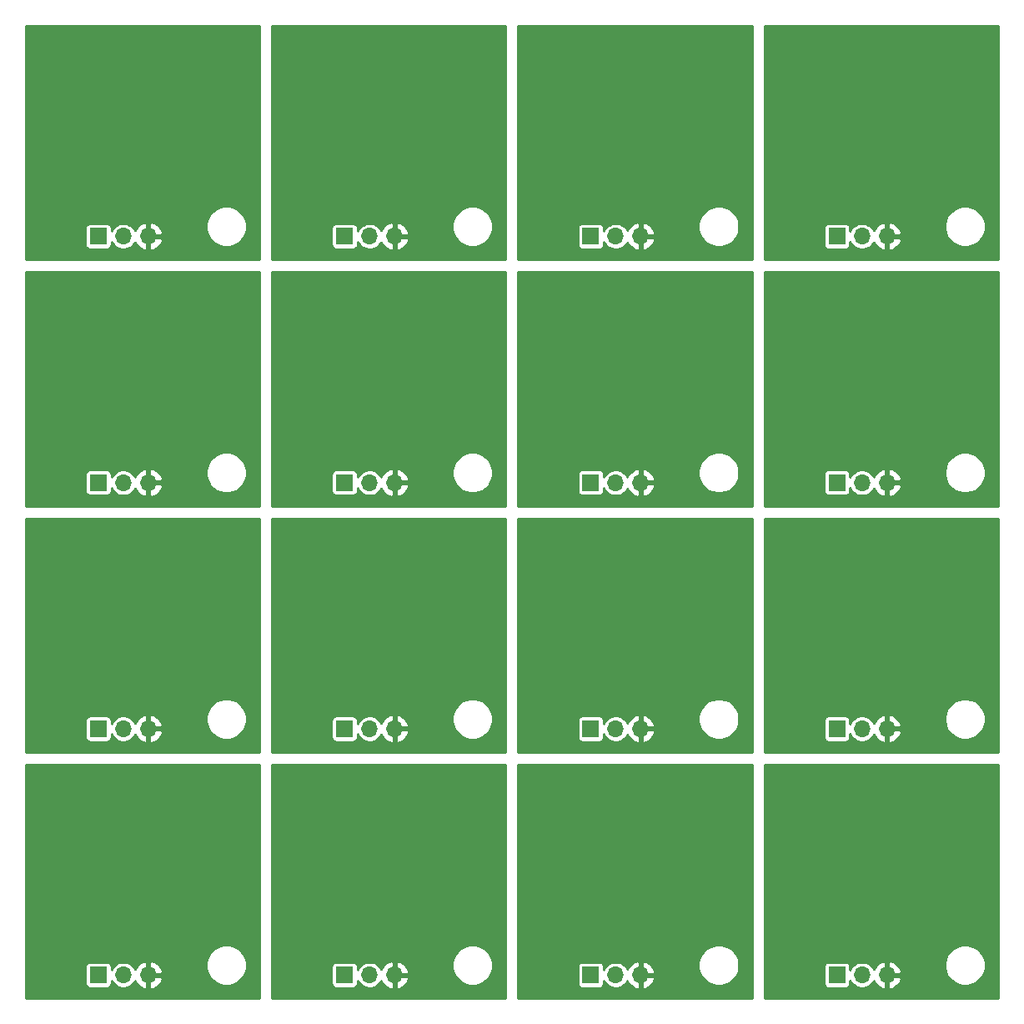
<source format=gbl>
G04 #@! TF.GenerationSoftware,KiCad,Pcbnew,(5.1.5)-3*
G04 #@! TF.CreationDate,2021-06-18T08:17:25+09:00*
G04 #@! TF.ProjectId,Ltika,4c74696b-612e-46b6-9963-61645f706362,2*
G04 #@! TF.SameCoordinates,PX43d3480PY8c7ecc0*
G04 #@! TF.FileFunction,Copper,L2,Bot*
G04 #@! TF.FilePolarity,Positive*
%FSLAX46Y46*%
G04 Gerber Fmt 4.6, Leading zero omitted, Abs format (unit mm)*
G04 Created by KiCad (PCBNEW (5.1.5)-3) date 2021-06-18 08:17:25*
%MOMM*%
%LPD*%
G04 APERTURE LIST*
%ADD10O,1.700000X1.700000*%
%ADD11R,1.700000X1.700000*%
%ADD12C,0.600000*%
%ADD13C,0.254000*%
G04 APERTURE END LIST*
D10*
X88080000Y78000000D03*
X85540000Y78000000D03*
D11*
X83000000Y78000000D03*
D10*
X63080000Y78000000D03*
X60540000Y78000000D03*
D11*
X58000000Y78000000D03*
D10*
X38080000Y78000000D03*
X35540000Y78000000D03*
D11*
X33000000Y78000000D03*
D10*
X13080000Y78000000D03*
X10540000Y78000000D03*
D11*
X8000000Y78000000D03*
D10*
X88080000Y53000000D03*
X85540000Y53000000D03*
D11*
X83000000Y53000000D03*
D10*
X63080000Y53000000D03*
X60540000Y53000000D03*
D11*
X58000000Y53000000D03*
D10*
X38080000Y53000000D03*
X35540000Y53000000D03*
D11*
X33000000Y53000000D03*
D10*
X13080000Y53000000D03*
X10540000Y53000000D03*
D11*
X8000000Y53000000D03*
D10*
X88080000Y28000000D03*
X85540000Y28000000D03*
D11*
X83000000Y28000000D03*
D10*
X63080000Y28000000D03*
X60540000Y28000000D03*
D11*
X58000000Y28000000D03*
D10*
X38080000Y28000000D03*
X35540000Y28000000D03*
D11*
X33000000Y28000000D03*
D10*
X13080000Y28000000D03*
X10540000Y28000000D03*
D11*
X8000000Y28000000D03*
D10*
X88080000Y3000000D03*
X85540000Y3000000D03*
D11*
X83000000Y3000000D03*
D10*
X63080000Y3000000D03*
X60540000Y3000000D03*
D11*
X58000000Y3000000D03*
D10*
X38080000Y3000000D03*
X35540000Y3000000D03*
D11*
X33000000Y3000000D03*
X8000000Y3000000D03*
D10*
X10540000Y3000000D03*
X13080000Y3000000D03*
D12*
X2540000Y22860000D03*
X1905000Y12065000D03*
X1905000Y3175000D03*
X11430000Y22860000D03*
X22860000Y22860000D03*
X22860000Y13970000D03*
X36430000Y22860000D03*
X61430000Y22860000D03*
X86430000Y22860000D03*
X11430000Y47860000D03*
X36430000Y47860000D03*
X61430000Y47860000D03*
X86430000Y47860000D03*
X11430000Y72860000D03*
X36430000Y72860000D03*
X61430000Y72860000D03*
X86430000Y72860000D03*
X11430000Y97860000D03*
X36430000Y97860000D03*
X61430000Y97860000D03*
X86430000Y97860000D03*
X47860000Y22860000D03*
X72860000Y22860000D03*
X97860000Y22860000D03*
X22860000Y47860000D03*
X47860000Y47860000D03*
X72860000Y47860000D03*
X97860000Y47860000D03*
X22860000Y72860000D03*
X47860000Y72860000D03*
X72860000Y72860000D03*
X97860000Y72860000D03*
X22860000Y97860000D03*
X47860000Y97860000D03*
X72860000Y97860000D03*
X97860000Y97860000D03*
X26905000Y3175000D03*
X51905000Y3175000D03*
X76905000Y3175000D03*
X1905000Y28175000D03*
X26905000Y28175000D03*
X51905000Y28175000D03*
X76905000Y28175000D03*
X1905000Y53175000D03*
X26905000Y53175000D03*
X51905000Y53175000D03*
X76905000Y53175000D03*
X1905000Y78175000D03*
X26905000Y78175000D03*
X51905000Y78175000D03*
X76905000Y78175000D03*
X26905000Y12065000D03*
X51905000Y12065000D03*
X76905000Y12065000D03*
X1905000Y37065000D03*
X26905000Y37065000D03*
X51905000Y37065000D03*
X76905000Y37065000D03*
X1905000Y62065000D03*
X26905000Y62065000D03*
X51905000Y62065000D03*
X76905000Y62065000D03*
X1905000Y87065000D03*
X26905000Y87065000D03*
X51905000Y87065000D03*
X76905000Y87065000D03*
X47860000Y13970000D03*
X72860000Y13970000D03*
X97860000Y13970000D03*
X22860000Y38970000D03*
X47860000Y38970000D03*
X72860000Y38970000D03*
X97860000Y38970000D03*
X22860000Y63970000D03*
X47860000Y63970000D03*
X72860000Y63970000D03*
X97860000Y63970000D03*
X22860000Y88970000D03*
X47860000Y88970000D03*
X72860000Y88970000D03*
X97860000Y88970000D03*
X27540000Y22860000D03*
X52540000Y22860000D03*
X77540000Y22860000D03*
X2540000Y47860000D03*
X27540000Y47860000D03*
X52540000Y47860000D03*
X77540000Y47860000D03*
X2540000Y72860000D03*
X27540000Y72860000D03*
X52540000Y72860000D03*
X77540000Y72860000D03*
X2540000Y97860000D03*
X27540000Y97860000D03*
X52540000Y97860000D03*
X77540000Y97860000D03*
D13*
G36*
X24373000Y627000D02*
G01*
X627000Y627000D01*
X627000Y3850000D01*
X6670693Y3850000D01*
X6670693Y2150000D01*
X6679903Y2056492D01*
X6707178Y1966577D01*
X6751471Y1883711D01*
X6811079Y1811079D01*
X6883711Y1751471D01*
X6966577Y1707178D01*
X7056492Y1679903D01*
X7150000Y1670693D01*
X8850000Y1670693D01*
X8943508Y1679903D01*
X9033423Y1707178D01*
X9116289Y1751471D01*
X9188921Y1811079D01*
X9248529Y1883711D01*
X9292822Y1966577D01*
X9320097Y2056492D01*
X9329307Y2150000D01*
X9329307Y2455254D01*
X9364028Y2371430D01*
X9509252Y2154087D01*
X9694087Y1969252D01*
X9911430Y1824028D01*
X10152928Y1723996D01*
X10409302Y1673000D01*
X10670698Y1673000D01*
X10927072Y1723996D01*
X11168570Y1824028D01*
X11385913Y1969252D01*
X11570748Y2154087D01*
X11715972Y2371430D01*
X11726164Y2396035D01*
X11735843Y2368748D01*
X11884822Y2118645D01*
X12079731Y1902412D01*
X12313080Y1728359D01*
X12575901Y1603175D01*
X12723110Y1558524D01*
X12953000Y1679845D01*
X12953000Y2873000D01*
X13207000Y2873000D01*
X13207000Y1679845D01*
X13436890Y1558524D01*
X13584099Y1603175D01*
X13846920Y1728359D01*
X14080269Y1902412D01*
X14275178Y2118645D01*
X14424157Y2368748D01*
X14521481Y2643109D01*
X14400814Y2873000D01*
X13207000Y2873000D01*
X12953000Y2873000D01*
X12933000Y2873000D01*
X12933000Y3127000D01*
X12953000Y3127000D01*
X12953000Y4320155D01*
X13207000Y4320155D01*
X13207000Y3127000D01*
X14400814Y3127000D01*
X14521481Y3356891D01*
X14424157Y3631252D01*
X14275178Y3881355D01*
X14080269Y4097588D01*
X13936845Y4204567D01*
X18923000Y4204567D01*
X18923000Y3795433D01*
X19002818Y3394161D01*
X19159386Y3016171D01*
X19386689Y2675989D01*
X19675989Y2386689D01*
X20016171Y2159386D01*
X20394161Y2002818D01*
X20795433Y1923000D01*
X21204567Y1923000D01*
X21605839Y2002818D01*
X21983829Y2159386D01*
X22324011Y2386689D01*
X22613311Y2675989D01*
X22840614Y3016171D01*
X22997182Y3394161D01*
X23077000Y3795433D01*
X23077000Y4204567D01*
X22997182Y4605839D01*
X22840614Y4983829D01*
X22613311Y5324011D01*
X22324011Y5613311D01*
X21983829Y5840614D01*
X21605839Y5997182D01*
X21204567Y6077000D01*
X20795433Y6077000D01*
X20394161Y5997182D01*
X20016171Y5840614D01*
X19675989Y5613311D01*
X19386689Y5324011D01*
X19159386Y4983829D01*
X19002818Y4605839D01*
X18923000Y4204567D01*
X13936845Y4204567D01*
X13846920Y4271641D01*
X13584099Y4396825D01*
X13436890Y4441476D01*
X13207000Y4320155D01*
X12953000Y4320155D01*
X12723110Y4441476D01*
X12575901Y4396825D01*
X12313080Y4271641D01*
X12079731Y4097588D01*
X11884822Y3881355D01*
X11735843Y3631252D01*
X11726164Y3603965D01*
X11715972Y3628570D01*
X11570748Y3845913D01*
X11385913Y4030748D01*
X11168570Y4175972D01*
X10927072Y4276004D01*
X10670698Y4327000D01*
X10409302Y4327000D01*
X10152928Y4276004D01*
X9911430Y4175972D01*
X9694087Y4030748D01*
X9509252Y3845913D01*
X9364028Y3628570D01*
X9329307Y3544746D01*
X9329307Y3850000D01*
X9320097Y3943508D01*
X9292822Y4033423D01*
X9248529Y4116289D01*
X9188921Y4188921D01*
X9116289Y4248529D01*
X9033423Y4292822D01*
X8943508Y4320097D01*
X8850000Y4329307D01*
X7150000Y4329307D01*
X7056492Y4320097D01*
X6966577Y4292822D01*
X6883711Y4248529D01*
X6811079Y4188921D01*
X6751471Y4116289D01*
X6707178Y4033423D01*
X6679903Y3943508D01*
X6670693Y3850000D01*
X627000Y3850000D01*
X627000Y24373000D01*
X24373000Y24373000D01*
X24373000Y627000D01*
G37*
X24373000Y627000D02*
X627000Y627000D01*
X627000Y3850000D01*
X6670693Y3850000D01*
X6670693Y2150000D01*
X6679903Y2056492D01*
X6707178Y1966577D01*
X6751471Y1883711D01*
X6811079Y1811079D01*
X6883711Y1751471D01*
X6966577Y1707178D01*
X7056492Y1679903D01*
X7150000Y1670693D01*
X8850000Y1670693D01*
X8943508Y1679903D01*
X9033423Y1707178D01*
X9116289Y1751471D01*
X9188921Y1811079D01*
X9248529Y1883711D01*
X9292822Y1966577D01*
X9320097Y2056492D01*
X9329307Y2150000D01*
X9329307Y2455254D01*
X9364028Y2371430D01*
X9509252Y2154087D01*
X9694087Y1969252D01*
X9911430Y1824028D01*
X10152928Y1723996D01*
X10409302Y1673000D01*
X10670698Y1673000D01*
X10927072Y1723996D01*
X11168570Y1824028D01*
X11385913Y1969252D01*
X11570748Y2154087D01*
X11715972Y2371430D01*
X11726164Y2396035D01*
X11735843Y2368748D01*
X11884822Y2118645D01*
X12079731Y1902412D01*
X12313080Y1728359D01*
X12575901Y1603175D01*
X12723110Y1558524D01*
X12953000Y1679845D01*
X12953000Y2873000D01*
X13207000Y2873000D01*
X13207000Y1679845D01*
X13436890Y1558524D01*
X13584099Y1603175D01*
X13846920Y1728359D01*
X14080269Y1902412D01*
X14275178Y2118645D01*
X14424157Y2368748D01*
X14521481Y2643109D01*
X14400814Y2873000D01*
X13207000Y2873000D01*
X12953000Y2873000D01*
X12933000Y2873000D01*
X12933000Y3127000D01*
X12953000Y3127000D01*
X12953000Y4320155D01*
X13207000Y4320155D01*
X13207000Y3127000D01*
X14400814Y3127000D01*
X14521481Y3356891D01*
X14424157Y3631252D01*
X14275178Y3881355D01*
X14080269Y4097588D01*
X13936845Y4204567D01*
X18923000Y4204567D01*
X18923000Y3795433D01*
X19002818Y3394161D01*
X19159386Y3016171D01*
X19386689Y2675989D01*
X19675989Y2386689D01*
X20016171Y2159386D01*
X20394161Y2002818D01*
X20795433Y1923000D01*
X21204567Y1923000D01*
X21605839Y2002818D01*
X21983829Y2159386D01*
X22324011Y2386689D01*
X22613311Y2675989D01*
X22840614Y3016171D01*
X22997182Y3394161D01*
X23077000Y3795433D01*
X23077000Y4204567D01*
X22997182Y4605839D01*
X22840614Y4983829D01*
X22613311Y5324011D01*
X22324011Y5613311D01*
X21983829Y5840614D01*
X21605839Y5997182D01*
X21204567Y6077000D01*
X20795433Y6077000D01*
X20394161Y5997182D01*
X20016171Y5840614D01*
X19675989Y5613311D01*
X19386689Y5324011D01*
X19159386Y4983829D01*
X19002818Y4605839D01*
X18923000Y4204567D01*
X13936845Y4204567D01*
X13846920Y4271641D01*
X13584099Y4396825D01*
X13436890Y4441476D01*
X13207000Y4320155D01*
X12953000Y4320155D01*
X12723110Y4441476D01*
X12575901Y4396825D01*
X12313080Y4271641D01*
X12079731Y4097588D01*
X11884822Y3881355D01*
X11735843Y3631252D01*
X11726164Y3603965D01*
X11715972Y3628570D01*
X11570748Y3845913D01*
X11385913Y4030748D01*
X11168570Y4175972D01*
X10927072Y4276004D01*
X10670698Y4327000D01*
X10409302Y4327000D01*
X10152928Y4276004D01*
X9911430Y4175972D01*
X9694087Y4030748D01*
X9509252Y3845913D01*
X9364028Y3628570D01*
X9329307Y3544746D01*
X9329307Y3850000D01*
X9320097Y3943508D01*
X9292822Y4033423D01*
X9248529Y4116289D01*
X9188921Y4188921D01*
X9116289Y4248529D01*
X9033423Y4292822D01*
X8943508Y4320097D01*
X8850000Y4329307D01*
X7150000Y4329307D01*
X7056492Y4320097D01*
X6966577Y4292822D01*
X6883711Y4248529D01*
X6811079Y4188921D01*
X6751471Y4116289D01*
X6707178Y4033423D01*
X6679903Y3943508D01*
X6670693Y3850000D01*
X627000Y3850000D01*
X627000Y24373000D01*
X24373000Y24373000D01*
X24373000Y627000D01*
G36*
X49373000Y627000D02*
G01*
X25627000Y627000D01*
X25627000Y3850000D01*
X31670693Y3850000D01*
X31670693Y2150000D01*
X31679903Y2056492D01*
X31707178Y1966577D01*
X31751471Y1883711D01*
X31811079Y1811079D01*
X31883711Y1751471D01*
X31966577Y1707178D01*
X32056492Y1679903D01*
X32150000Y1670693D01*
X33850000Y1670693D01*
X33943508Y1679903D01*
X34033423Y1707178D01*
X34116289Y1751471D01*
X34188921Y1811079D01*
X34248529Y1883711D01*
X34292822Y1966577D01*
X34320097Y2056492D01*
X34329307Y2150000D01*
X34329307Y2455254D01*
X34364028Y2371430D01*
X34509252Y2154087D01*
X34694087Y1969252D01*
X34911430Y1824028D01*
X35152928Y1723996D01*
X35409302Y1673000D01*
X35670698Y1673000D01*
X35927072Y1723996D01*
X36168570Y1824028D01*
X36385913Y1969252D01*
X36570748Y2154087D01*
X36715972Y2371430D01*
X36726164Y2396035D01*
X36735843Y2368748D01*
X36884822Y2118645D01*
X37079731Y1902412D01*
X37313080Y1728359D01*
X37575901Y1603175D01*
X37723110Y1558524D01*
X37953000Y1679845D01*
X37953000Y2873000D01*
X38207000Y2873000D01*
X38207000Y1679845D01*
X38436890Y1558524D01*
X38584099Y1603175D01*
X38846920Y1728359D01*
X39080269Y1902412D01*
X39275178Y2118645D01*
X39424157Y2368748D01*
X39521481Y2643109D01*
X39400814Y2873000D01*
X38207000Y2873000D01*
X37953000Y2873000D01*
X37933000Y2873000D01*
X37933000Y3127000D01*
X37953000Y3127000D01*
X37953000Y4320155D01*
X38207000Y4320155D01*
X38207000Y3127000D01*
X39400814Y3127000D01*
X39521481Y3356891D01*
X39424157Y3631252D01*
X39275178Y3881355D01*
X39080269Y4097588D01*
X38936845Y4204567D01*
X43923000Y4204567D01*
X43923000Y3795433D01*
X44002818Y3394161D01*
X44159386Y3016171D01*
X44386689Y2675989D01*
X44675989Y2386689D01*
X45016171Y2159386D01*
X45394161Y2002818D01*
X45795433Y1923000D01*
X46204567Y1923000D01*
X46605839Y2002818D01*
X46983829Y2159386D01*
X47324011Y2386689D01*
X47613311Y2675989D01*
X47840614Y3016171D01*
X47997182Y3394161D01*
X48077000Y3795433D01*
X48077000Y4204567D01*
X47997182Y4605839D01*
X47840614Y4983829D01*
X47613311Y5324011D01*
X47324011Y5613311D01*
X46983829Y5840614D01*
X46605839Y5997182D01*
X46204567Y6077000D01*
X45795433Y6077000D01*
X45394161Y5997182D01*
X45016171Y5840614D01*
X44675989Y5613311D01*
X44386689Y5324011D01*
X44159386Y4983829D01*
X44002818Y4605839D01*
X43923000Y4204567D01*
X38936845Y4204567D01*
X38846920Y4271641D01*
X38584099Y4396825D01*
X38436890Y4441476D01*
X38207000Y4320155D01*
X37953000Y4320155D01*
X37723110Y4441476D01*
X37575901Y4396825D01*
X37313080Y4271641D01*
X37079731Y4097588D01*
X36884822Y3881355D01*
X36735843Y3631252D01*
X36726164Y3603965D01*
X36715972Y3628570D01*
X36570748Y3845913D01*
X36385913Y4030748D01*
X36168570Y4175972D01*
X35927072Y4276004D01*
X35670698Y4327000D01*
X35409302Y4327000D01*
X35152928Y4276004D01*
X34911430Y4175972D01*
X34694087Y4030748D01*
X34509252Y3845913D01*
X34364028Y3628570D01*
X34329307Y3544746D01*
X34329307Y3850000D01*
X34320097Y3943508D01*
X34292822Y4033423D01*
X34248529Y4116289D01*
X34188921Y4188921D01*
X34116289Y4248529D01*
X34033423Y4292822D01*
X33943508Y4320097D01*
X33850000Y4329307D01*
X32150000Y4329307D01*
X32056492Y4320097D01*
X31966577Y4292822D01*
X31883711Y4248529D01*
X31811079Y4188921D01*
X31751471Y4116289D01*
X31707178Y4033423D01*
X31679903Y3943508D01*
X31670693Y3850000D01*
X25627000Y3850000D01*
X25627000Y24373000D01*
X49373000Y24373000D01*
X49373000Y627000D01*
G37*
X49373000Y627000D02*
X25627000Y627000D01*
X25627000Y3850000D01*
X31670693Y3850000D01*
X31670693Y2150000D01*
X31679903Y2056492D01*
X31707178Y1966577D01*
X31751471Y1883711D01*
X31811079Y1811079D01*
X31883711Y1751471D01*
X31966577Y1707178D01*
X32056492Y1679903D01*
X32150000Y1670693D01*
X33850000Y1670693D01*
X33943508Y1679903D01*
X34033423Y1707178D01*
X34116289Y1751471D01*
X34188921Y1811079D01*
X34248529Y1883711D01*
X34292822Y1966577D01*
X34320097Y2056492D01*
X34329307Y2150000D01*
X34329307Y2455254D01*
X34364028Y2371430D01*
X34509252Y2154087D01*
X34694087Y1969252D01*
X34911430Y1824028D01*
X35152928Y1723996D01*
X35409302Y1673000D01*
X35670698Y1673000D01*
X35927072Y1723996D01*
X36168570Y1824028D01*
X36385913Y1969252D01*
X36570748Y2154087D01*
X36715972Y2371430D01*
X36726164Y2396035D01*
X36735843Y2368748D01*
X36884822Y2118645D01*
X37079731Y1902412D01*
X37313080Y1728359D01*
X37575901Y1603175D01*
X37723110Y1558524D01*
X37953000Y1679845D01*
X37953000Y2873000D01*
X38207000Y2873000D01*
X38207000Y1679845D01*
X38436890Y1558524D01*
X38584099Y1603175D01*
X38846920Y1728359D01*
X39080269Y1902412D01*
X39275178Y2118645D01*
X39424157Y2368748D01*
X39521481Y2643109D01*
X39400814Y2873000D01*
X38207000Y2873000D01*
X37953000Y2873000D01*
X37933000Y2873000D01*
X37933000Y3127000D01*
X37953000Y3127000D01*
X37953000Y4320155D01*
X38207000Y4320155D01*
X38207000Y3127000D01*
X39400814Y3127000D01*
X39521481Y3356891D01*
X39424157Y3631252D01*
X39275178Y3881355D01*
X39080269Y4097588D01*
X38936845Y4204567D01*
X43923000Y4204567D01*
X43923000Y3795433D01*
X44002818Y3394161D01*
X44159386Y3016171D01*
X44386689Y2675989D01*
X44675989Y2386689D01*
X45016171Y2159386D01*
X45394161Y2002818D01*
X45795433Y1923000D01*
X46204567Y1923000D01*
X46605839Y2002818D01*
X46983829Y2159386D01*
X47324011Y2386689D01*
X47613311Y2675989D01*
X47840614Y3016171D01*
X47997182Y3394161D01*
X48077000Y3795433D01*
X48077000Y4204567D01*
X47997182Y4605839D01*
X47840614Y4983829D01*
X47613311Y5324011D01*
X47324011Y5613311D01*
X46983829Y5840614D01*
X46605839Y5997182D01*
X46204567Y6077000D01*
X45795433Y6077000D01*
X45394161Y5997182D01*
X45016171Y5840614D01*
X44675989Y5613311D01*
X44386689Y5324011D01*
X44159386Y4983829D01*
X44002818Y4605839D01*
X43923000Y4204567D01*
X38936845Y4204567D01*
X38846920Y4271641D01*
X38584099Y4396825D01*
X38436890Y4441476D01*
X38207000Y4320155D01*
X37953000Y4320155D01*
X37723110Y4441476D01*
X37575901Y4396825D01*
X37313080Y4271641D01*
X37079731Y4097588D01*
X36884822Y3881355D01*
X36735843Y3631252D01*
X36726164Y3603965D01*
X36715972Y3628570D01*
X36570748Y3845913D01*
X36385913Y4030748D01*
X36168570Y4175972D01*
X35927072Y4276004D01*
X35670698Y4327000D01*
X35409302Y4327000D01*
X35152928Y4276004D01*
X34911430Y4175972D01*
X34694087Y4030748D01*
X34509252Y3845913D01*
X34364028Y3628570D01*
X34329307Y3544746D01*
X34329307Y3850000D01*
X34320097Y3943508D01*
X34292822Y4033423D01*
X34248529Y4116289D01*
X34188921Y4188921D01*
X34116289Y4248529D01*
X34033423Y4292822D01*
X33943508Y4320097D01*
X33850000Y4329307D01*
X32150000Y4329307D01*
X32056492Y4320097D01*
X31966577Y4292822D01*
X31883711Y4248529D01*
X31811079Y4188921D01*
X31751471Y4116289D01*
X31707178Y4033423D01*
X31679903Y3943508D01*
X31670693Y3850000D01*
X25627000Y3850000D01*
X25627000Y24373000D01*
X49373000Y24373000D01*
X49373000Y627000D01*
G36*
X74373000Y627000D02*
G01*
X50627000Y627000D01*
X50627000Y3850000D01*
X56670693Y3850000D01*
X56670693Y2150000D01*
X56679903Y2056492D01*
X56707178Y1966577D01*
X56751471Y1883711D01*
X56811079Y1811079D01*
X56883711Y1751471D01*
X56966577Y1707178D01*
X57056492Y1679903D01*
X57150000Y1670693D01*
X58850000Y1670693D01*
X58943508Y1679903D01*
X59033423Y1707178D01*
X59116289Y1751471D01*
X59188921Y1811079D01*
X59248529Y1883711D01*
X59292822Y1966577D01*
X59320097Y2056492D01*
X59329307Y2150000D01*
X59329307Y2455254D01*
X59364028Y2371430D01*
X59509252Y2154087D01*
X59694087Y1969252D01*
X59911430Y1824028D01*
X60152928Y1723996D01*
X60409302Y1673000D01*
X60670698Y1673000D01*
X60927072Y1723996D01*
X61168570Y1824028D01*
X61385913Y1969252D01*
X61570748Y2154087D01*
X61715972Y2371430D01*
X61726164Y2396035D01*
X61735843Y2368748D01*
X61884822Y2118645D01*
X62079731Y1902412D01*
X62313080Y1728359D01*
X62575901Y1603175D01*
X62723110Y1558524D01*
X62953000Y1679845D01*
X62953000Y2873000D01*
X63207000Y2873000D01*
X63207000Y1679845D01*
X63436890Y1558524D01*
X63584099Y1603175D01*
X63846920Y1728359D01*
X64080269Y1902412D01*
X64275178Y2118645D01*
X64424157Y2368748D01*
X64521481Y2643109D01*
X64400814Y2873000D01*
X63207000Y2873000D01*
X62953000Y2873000D01*
X62933000Y2873000D01*
X62933000Y3127000D01*
X62953000Y3127000D01*
X62953000Y4320155D01*
X63207000Y4320155D01*
X63207000Y3127000D01*
X64400814Y3127000D01*
X64521481Y3356891D01*
X64424157Y3631252D01*
X64275178Y3881355D01*
X64080269Y4097588D01*
X63936845Y4204567D01*
X68923000Y4204567D01*
X68923000Y3795433D01*
X69002818Y3394161D01*
X69159386Y3016171D01*
X69386689Y2675989D01*
X69675989Y2386689D01*
X70016171Y2159386D01*
X70394161Y2002818D01*
X70795433Y1923000D01*
X71204567Y1923000D01*
X71605839Y2002818D01*
X71983829Y2159386D01*
X72324011Y2386689D01*
X72613311Y2675989D01*
X72840614Y3016171D01*
X72997182Y3394161D01*
X73077000Y3795433D01*
X73077000Y4204567D01*
X72997182Y4605839D01*
X72840614Y4983829D01*
X72613311Y5324011D01*
X72324011Y5613311D01*
X71983829Y5840614D01*
X71605839Y5997182D01*
X71204567Y6077000D01*
X70795433Y6077000D01*
X70394161Y5997182D01*
X70016171Y5840614D01*
X69675989Y5613311D01*
X69386689Y5324011D01*
X69159386Y4983829D01*
X69002818Y4605839D01*
X68923000Y4204567D01*
X63936845Y4204567D01*
X63846920Y4271641D01*
X63584099Y4396825D01*
X63436890Y4441476D01*
X63207000Y4320155D01*
X62953000Y4320155D01*
X62723110Y4441476D01*
X62575901Y4396825D01*
X62313080Y4271641D01*
X62079731Y4097588D01*
X61884822Y3881355D01*
X61735843Y3631252D01*
X61726164Y3603965D01*
X61715972Y3628570D01*
X61570748Y3845913D01*
X61385913Y4030748D01*
X61168570Y4175972D01*
X60927072Y4276004D01*
X60670698Y4327000D01*
X60409302Y4327000D01*
X60152928Y4276004D01*
X59911430Y4175972D01*
X59694087Y4030748D01*
X59509252Y3845913D01*
X59364028Y3628570D01*
X59329307Y3544746D01*
X59329307Y3850000D01*
X59320097Y3943508D01*
X59292822Y4033423D01*
X59248529Y4116289D01*
X59188921Y4188921D01*
X59116289Y4248529D01*
X59033423Y4292822D01*
X58943508Y4320097D01*
X58850000Y4329307D01*
X57150000Y4329307D01*
X57056492Y4320097D01*
X56966577Y4292822D01*
X56883711Y4248529D01*
X56811079Y4188921D01*
X56751471Y4116289D01*
X56707178Y4033423D01*
X56679903Y3943508D01*
X56670693Y3850000D01*
X50627000Y3850000D01*
X50627000Y24373000D01*
X74373000Y24373000D01*
X74373000Y627000D01*
G37*
X74373000Y627000D02*
X50627000Y627000D01*
X50627000Y3850000D01*
X56670693Y3850000D01*
X56670693Y2150000D01*
X56679903Y2056492D01*
X56707178Y1966577D01*
X56751471Y1883711D01*
X56811079Y1811079D01*
X56883711Y1751471D01*
X56966577Y1707178D01*
X57056492Y1679903D01*
X57150000Y1670693D01*
X58850000Y1670693D01*
X58943508Y1679903D01*
X59033423Y1707178D01*
X59116289Y1751471D01*
X59188921Y1811079D01*
X59248529Y1883711D01*
X59292822Y1966577D01*
X59320097Y2056492D01*
X59329307Y2150000D01*
X59329307Y2455254D01*
X59364028Y2371430D01*
X59509252Y2154087D01*
X59694087Y1969252D01*
X59911430Y1824028D01*
X60152928Y1723996D01*
X60409302Y1673000D01*
X60670698Y1673000D01*
X60927072Y1723996D01*
X61168570Y1824028D01*
X61385913Y1969252D01*
X61570748Y2154087D01*
X61715972Y2371430D01*
X61726164Y2396035D01*
X61735843Y2368748D01*
X61884822Y2118645D01*
X62079731Y1902412D01*
X62313080Y1728359D01*
X62575901Y1603175D01*
X62723110Y1558524D01*
X62953000Y1679845D01*
X62953000Y2873000D01*
X63207000Y2873000D01*
X63207000Y1679845D01*
X63436890Y1558524D01*
X63584099Y1603175D01*
X63846920Y1728359D01*
X64080269Y1902412D01*
X64275178Y2118645D01*
X64424157Y2368748D01*
X64521481Y2643109D01*
X64400814Y2873000D01*
X63207000Y2873000D01*
X62953000Y2873000D01*
X62933000Y2873000D01*
X62933000Y3127000D01*
X62953000Y3127000D01*
X62953000Y4320155D01*
X63207000Y4320155D01*
X63207000Y3127000D01*
X64400814Y3127000D01*
X64521481Y3356891D01*
X64424157Y3631252D01*
X64275178Y3881355D01*
X64080269Y4097588D01*
X63936845Y4204567D01*
X68923000Y4204567D01*
X68923000Y3795433D01*
X69002818Y3394161D01*
X69159386Y3016171D01*
X69386689Y2675989D01*
X69675989Y2386689D01*
X70016171Y2159386D01*
X70394161Y2002818D01*
X70795433Y1923000D01*
X71204567Y1923000D01*
X71605839Y2002818D01*
X71983829Y2159386D01*
X72324011Y2386689D01*
X72613311Y2675989D01*
X72840614Y3016171D01*
X72997182Y3394161D01*
X73077000Y3795433D01*
X73077000Y4204567D01*
X72997182Y4605839D01*
X72840614Y4983829D01*
X72613311Y5324011D01*
X72324011Y5613311D01*
X71983829Y5840614D01*
X71605839Y5997182D01*
X71204567Y6077000D01*
X70795433Y6077000D01*
X70394161Y5997182D01*
X70016171Y5840614D01*
X69675989Y5613311D01*
X69386689Y5324011D01*
X69159386Y4983829D01*
X69002818Y4605839D01*
X68923000Y4204567D01*
X63936845Y4204567D01*
X63846920Y4271641D01*
X63584099Y4396825D01*
X63436890Y4441476D01*
X63207000Y4320155D01*
X62953000Y4320155D01*
X62723110Y4441476D01*
X62575901Y4396825D01*
X62313080Y4271641D01*
X62079731Y4097588D01*
X61884822Y3881355D01*
X61735843Y3631252D01*
X61726164Y3603965D01*
X61715972Y3628570D01*
X61570748Y3845913D01*
X61385913Y4030748D01*
X61168570Y4175972D01*
X60927072Y4276004D01*
X60670698Y4327000D01*
X60409302Y4327000D01*
X60152928Y4276004D01*
X59911430Y4175972D01*
X59694087Y4030748D01*
X59509252Y3845913D01*
X59364028Y3628570D01*
X59329307Y3544746D01*
X59329307Y3850000D01*
X59320097Y3943508D01*
X59292822Y4033423D01*
X59248529Y4116289D01*
X59188921Y4188921D01*
X59116289Y4248529D01*
X59033423Y4292822D01*
X58943508Y4320097D01*
X58850000Y4329307D01*
X57150000Y4329307D01*
X57056492Y4320097D01*
X56966577Y4292822D01*
X56883711Y4248529D01*
X56811079Y4188921D01*
X56751471Y4116289D01*
X56707178Y4033423D01*
X56679903Y3943508D01*
X56670693Y3850000D01*
X50627000Y3850000D01*
X50627000Y24373000D01*
X74373000Y24373000D01*
X74373000Y627000D01*
G36*
X99373000Y627000D02*
G01*
X75627000Y627000D01*
X75627000Y3850000D01*
X81670693Y3850000D01*
X81670693Y2150000D01*
X81679903Y2056492D01*
X81707178Y1966577D01*
X81751471Y1883711D01*
X81811079Y1811079D01*
X81883711Y1751471D01*
X81966577Y1707178D01*
X82056492Y1679903D01*
X82150000Y1670693D01*
X83850000Y1670693D01*
X83943508Y1679903D01*
X84033423Y1707178D01*
X84116289Y1751471D01*
X84188921Y1811079D01*
X84248529Y1883711D01*
X84292822Y1966577D01*
X84320097Y2056492D01*
X84329307Y2150000D01*
X84329307Y2455254D01*
X84364028Y2371430D01*
X84509252Y2154087D01*
X84694087Y1969252D01*
X84911430Y1824028D01*
X85152928Y1723996D01*
X85409302Y1673000D01*
X85670698Y1673000D01*
X85927072Y1723996D01*
X86168570Y1824028D01*
X86385913Y1969252D01*
X86570748Y2154087D01*
X86715972Y2371430D01*
X86726164Y2396035D01*
X86735843Y2368748D01*
X86884822Y2118645D01*
X87079731Y1902412D01*
X87313080Y1728359D01*
X87575901Y1603175D01*
X87723110Y1558524D01*
X87953000Y1679845D01*
X87953000Y2873000D01*
X88207000Y2873000D01*
X88207000Y1679845D01*
X88436890Y1558524D01*
X88584099Y1603175D01*
X88846920Y1728359D01*
X89080269Y1902412D01*
X89275178Y2118645D01*
X89424157Y2368748D01*
X89521481Y2643109D01*
X89400814Y2873000D01*
X88207000Y2873000D01*
X87953000Y2873000D01*
X87933000Y2873000D01*
X87933000Y3127000D01*
X87953000Y3127000D01*
X87953000Y4320155D01*
X88207000Y4320155D01*
X88207000Y3127000D01*
X89400814Y3127000D01*
X89521481Y3356891D01*
X89424157Y3631252D01*
X89275178Y3881355D01*
X89080269Y4097588D01*
X88936845Y4204567D01*
X93923000Y4204567D01*
X93923000Y3795433D01*
X94002818Y3394161D01*
X94159386Y3016171D01*
X94386689Y2675989D01*
X94675989Y2386689D01*
X95016171Y2159386D01*
X95394161Y2002818D01*
X95795433Y1923000D01*
X96204567Y1923000D01*
X96605839Y2002818D01*
X96983829Y2159386D01*
X97324011Y2386689D01*
X97613311Y2675989D01*
X97840614Y3016171D01*
X97997182Y3394161D01*
X98077000Y3795433D01*
X98077000Y4204567D01*
X97997182Y4605839D01*
X97840614Y4983829D01*
X97613311Y5324011D01*
X97324011Y5613311D01*
X96983829Y5840614D01*
X96605839Y5997182D01*
X96204567Y6077000D01*
X95795433Y6077000D01*
X95394161Y5997182D01*
X95016171Y5840614D01*
X94675989Y5613311D01*
X94386689Y5324011D01*
X94159386Y4983829D01*
X94002818Y4605839D01*
X93923000Y4204567D01*
X88936845Y4204567D01*
X88846920Y4271641D01*
X88584099Y4396825D01*
X88436890Y4441476D01*
X88207000Y4320155D01*
X87953000Y4320155D01*
X87723110Y4441476D01*
X87575901Y4396825D01*
X87313080Y4271641D01*
X87079731Y4097588D01*
X86884822Y3881355D01*
X86735843Y3631252D01*
X86726164Y3603965D01*
X86715972Y3628570D01*
X86570748Y3845913D01*
X86385913Y4030748D01*
X86168570Y4175972D01*
X85927072Y4276004D01*
X85670698Y4327000D01*
X85409302Y4327000D01*
X85152928Y4276004D01*
X84911430Y4175972D01*
X84694087Y4030748D01*
X84509252Y3845913D01*
X84364028Y3628570D01*
X84329307Y3544746D01*
X84329307Y3850000D01*
X84320097Y3943508D01*
X84292822Y4033423D01*
X84248529Y4116289D01*
X84188921Y4188921D01*
X84116289Y4248529D01*
X84033423Y4292822D01*
X83943508Y4320097D01*
X83850000Y4329307D01*
X82150000Y4329307D01*
X82056492Y4320097D01*
X81966577Y4292822D01*
X81883711Y4248529D01*
X81811079Y4188921D01*
X81751471Y4116289D01*
X81707178Y4033423D01*
X81679903Y3943508D01*
X81670693Y3850000D01*
X75627000Y3850000D01*
X75627000Y24373000D01*
X99373000Y24373000D01*
X99373000Y627000D01*
G37*
X99373000Y627000D02*
X75627000Y627000D01*
X75627000Y3850000D01*
X81670693Y3850000D01*
X81670693Y2150000D01*
X81679903Y2056492D01*
X81707178Y1966577D01*
X81751471Y1883711D01*
X81811079Y1811079D01*
X81883711Y1751471D01*
X81966577Y1707178D01*
X82056492Y1679903D01*
X82150000Y1670693D01*
X83850000Y1670693D01*
X83943508Y1679903D01*
X84033423Y1707178D01*
X84116289Y1751471D01*
X84188921Y1811079D01*
X84248529Y1883711D01*
X84292822Y1966577D01*
X84320097Y2056492D01*
X84329307Y2150000D01*
X84329307Y2455254D01*
X84364028Y2371430D01*
X84509252Y2154087D01*
X84694087Y1969252D01*
X84911430Y1824028D01*
X85152928Y1723996D01*
X85409302Y1673000D01*
X85670698Y1673000D01*
X85927072Y1723996D01*
X86168570Y1824028D01*
X86385913Y1969252D01*
X86570748Y2154087D01*
X86715972Y2371430D01*
X86726164Y2396035D01*
X86735843Y2368748D01*
X86884822Y2118645D01*
X87079731Y1902412D01*
X87313080Y1728359D01*
X87575901Y1603175D01*
X87723110Y1558524D01*
X87953000Y1679845D01*
X87953000Y2873000D01*
X88207000Y2873000D01*
X88207000Y1679845D01*
X88436890Y1558524D01*
X88584099Y1603175D01*
X88846920Y1728359D01*
X89080269Y1902412D01*
X89275178Y2118645D01*
X89424157Y2368748D01*
X89521481Y2643109D01*
X89400814Y2873000D01*
X88207000Y2873000D01*
X87953000Y2873000D01*
X87933000Y2873000D01*
X87933000Y3127000D01*
X87953000Y3127000D01*
X87953000Y4320155D01*
X88207000Y4320155D01*
X88207000Y3127000D01*
X89400814Y3127000D01*
X89521481Y3356891D01*
X89424157Y3631252D01*
X89275178Y3881355D01*
X89080269Y4097588D01*
X88936845Y4204567D01*
X93923000Y4204567D01*
X93923000Y3795433D01*
X94002818Y3394161D01*
X94159386Y3016171D01*
X94386689Y2675989D01*
X94675989Y2386689D01*
X95016171Y2159386D01*
X95394161Y2002818D01*
X95795433Y1923000D01*
X96204567Y1923000D01*
X96605839Y2002818D01*
X96983829Y2159386D01*
X97324011Y2386689D01*
X97613311Y2675989D01*
X97840614Y3016171D01*
X97997182Y3394161D01*
X98077000Y3795433D01*
X98077000Y4204567D01*
X97997182Y4605839D01*
X97840614Y4983829D01*
X97613311Y5324011D01*
X97324011Y5613311D01*
X96983829Y5840614D01*
X96605839Y5997182D01*
X96204567Y6077000D01*
X95795433Y6077000D01*
X95394161Y5997182D01*
X95016171Y5840614D01*
X94675989Y5613311D01*
X94386689Y5324011D01*
X94159386Y4983829D01*
X94002818Y4605839D01*
X93923000Y4204567D01*
X88936845Y4204567D01*
X88846920Y4271641D01*
X88584099Y4396825D01*
X88436890Y4441476D01*
X88207000Y4320155D01*
X87953000Y4320155D01*
X87723110Y4441476D01*
X87575901Y4396825D01*
X87313080Y4271641D01*
X87079731Y4097588D01*
X86884822Y3881355D01*
X86735843Y3631252D01*
X86726164Y3603965D01*
X86715972Y3628570D01*
X86570748Y3845913D01*
X86385913Y4030748D01*
X86168570Y4175972D01*
X85927072Y4276004D01*
X85670698Y4327000D01*
X85409302Y4327000D01*
X85152928Y4276004D01*
X84911430Y4175972D01*
X84694087Y4030748D01*
X84509252Y3845913D01*
X84364028Y3628570D01*
X84329307Y3544746D01*
X84329307Y3850000D01*
X84320097Y3943508D01*
X84292822Y4033423D01*
X84248529Y4116289D01*
X84188921Y4188921D01*
X84116289Y4248529D01*
X84033423Y4292822D01*
X83943508Y4320097D01*
X83850000Y4329307D01*
X82150000Y4329307D01*
X82056492Y4320097D01*
X81966577Y4292822D01*
X81883711Y4248529D01*
X81811079Y4188921D01*
X81751471Y4116289D01*
X81707178Y4033423D01*
X81679903Y3943508D01*
X81670693Y3850000D01*
X75627000Y3850000D01*
X75627000Y24373000D01*
X99373000Y24373000D01*
X99373000Y627000D01*
G36*
X24373000Y25627000D02*
G01*
X627000Y25627000D01*
X627000Y28850000D01*
X6670693Y28850000D01*
X6670693Y27150000D01*
X6679903Y27056492D01*
X6707178Y26966577D01*
X6751471Y26883711D01*
X6811079Y26811079D01*
X6883711Y26751471D01*
X6966577Y26707178D01*
X7056492Y26679903D01*
X7150000Y26670693D01*
X8850000Y26670693D01*
X8943508Y26679903D01*
X9033423Y26707178D01*
X9116289Y26751471D01*
X9188921Y26811079D01*
X9248529Y26883711D01*
X9292822Y26966577D01*
X9320097Y27056492D01*
X9329307Y27150000D01*
X9329307Y27455254D01*
X9364028Y27371430D01*
X9509252Y27154087D01*
X9694087Y26969252D01*
X9911430Y26824028D01*
X10152928Y26723996D01*
X10409302Y26673000D01*
X10670698Y26673000D01*
X10927072Y26723996D01*
X11168570Y26824028D01*
X11385913Y26969252D01*
X11570748Y27154087D01*
X11715972Y27371430D01*
X11726164Y27396035D01*
X11735843Y27368748D01*
X11884822Y27118645D01*
X12079731Y26902412D01*
X12313080Y26728359D01*
X12575901Y26603175D01*
X12723110Y26558524D01*
X12953000Y26679845D01*
X12953000Y27873000D01*
X13207000Y27873000D01*
X13207000Y26679845D01*
X13436890Y26558524D01*
X13584099Y26603175D01*
X13846920Y26728359D01*
X14080269Y26902412D01*
X14275178Y27118645D01*
X14424157Y27368748D01*
X14521481Y27643109D01*
X14400814Y27873000D01*
X13207000Y27873000D01*
X12953000Y27873000D01*
X12933000Y27873000D01*
X12933000Y28127000D01*
X12953000Y28127000D01*
X12953000Y29320155D01*
X13207000Y29320155D01*
X13207000Y28127000D01*
X14400814Y28127000D01*
X14521481Y28356891D01*
X14424157Y28631252D01*
X14275178Y28881355D01*
X14080269Y29097588D01*
X13936845Y29204567D01*
X18923000Y29204567D01*
X18923000Y28795433D01*
X19002818Y28394161D01*
X19159386Y28016171D01*
X19386689Y27675989D01*
X19675989Y27386689D01*
X20016171Y27159386D01*
X20394161Y27002818D01*
X20795433Y26923000D01*
X21204567Y26923000D01*
X21605839Y27002818D01*
X21983829Y27159386D01*
X22324011Y27386689D01*
X22613311Y27675989D01*
X22840614Y28016171D01*
X22997182Y28394161D01*
X23077000Y28795433D01*
X23077000Y29204567D01*
X22997182Y29605839D01*
X22840614Y29983829D01*
X22613311Y30324011D01*
X22324011Y30613311D01*
X21983829Y30840614D01*
X21605839Y30997182D01*
X21204567Y31077000D01*
X20795433Y31077000D01*
X20394161Y30997182D01*
X20016171Y30840614D01*
X19675989Y30613311D01*
X19386689Y30324011D01*
X19159386Y29983829D01*
X19002818Y29605839D01*
X18923000Y29204567D01*
X13936845Y29204567D01*
X13846920Y29271641D01*
X13584099Y29396825D01*
X13436890Y29441476D01*
X13207000Y29320155D01*
X12953000Y29320155D01*
X12723110Y29441476D01*
X12575901Y29396825D01*
X12313080Y29271641D01*
X12079731Y29097588D01*
X11884822Y28881355D01*
X11735843Y28631252D01*
X11726164Y28603965D01*
X11715972Y28628570D01*
X11570748Y28845913D01*
X11385913Y29030748D01*
X11168570Y29175972D01*
X10927072Y29276004D01*
X10670698Y29327000D01*
X10409302Y29327000D01*
X10152928Y29276004D01*
X9911430Y29175972D01*
X9694087Y29030748D01*
X9509252Y28845913D01*
X9364028Y28628570D01*
X9329307Y28544746D01*
X9329307Y28850000D01*
X9320097Y28943508D01*
X9292822Y29033423D01*
X9248529Y29116289D01*
X9188921Y29188921D01*
X9116289Y29248529D01*
X9033423Y29292822D01*
X8943508Y29320097D01*
X8850000Y29329307D01*
X7150000Y29329307D01*
X7056492Y29320097D01*
X6966577Y29292822D01*
X6883711Y29248529D01*
X6811079Y29188921D01*
X6751471Y29116289D01*
X6707178Y29033423D01*
X6679903Y28943508D01*
X6670693Y28850000D01*
X627000Y28850000D01*
X627000Y49373000D01*
X24373000Y49373000D01*
X24373000Y25627000D01*
G37*
X24373000Y25627000D02*
X627000Y25627000D01*
X627000Y28850000D01*
X6670693Y28850000D01*
X6670693Y27150000D01*
X6679903Y27056492D01*
X6707178Y26966577D01*
X6751471Y26883711D01*
X6811079Y26811079D01*
X6883711Y26751471D01*
X6966577Y26707178D01*
X7056492Y26679903D01*
X7150000Y26670693D01*
X8850000Y26670693D01*
X8943508Y26679903D01*
X9033423Y26707178D01*
X9116289Y26751471D01*
X9188921Y26811079D01*
X9248529Y26883711D01*
X9292822Y26966577D01*
X9320097Y27056492D01*
X9329307Y27150000D01*
X9329307Y27455254D01*
X9364028Y27371430D01*
X9509252Y27154087D01*
X9694087Y26969252D01*
X9911430Y26824028D01*
X10152928Y26723996D01*
X10409302Y26673000D01*
X10670698Y26673000D01*
X10927072Y26723996D01*
X11168570Y26824028D01*
X11385913Y26969252D01*
X11570748Y27154087D01*
X11715972Y27371430D01*
X11726164Y27396035D01*
X11735843Y27368748D01*
X11884822Y27118645D01*
X12079731Y26902412D01*
X12313080Y26728359D01*
X12575901Y26603175D01*
X12723110Y26558524D01*
X12953000Y26679845D01*
X12953000Y27873000D01*
X13207000Y27873000D01*
X13207000Y26679845D01*
X13436890Y26558524D01*
X13584099Y26603175D01*
X13846920Y26728359D01*
X14080269Y26902412D01*
X14275178Y27118645D01*
X14424157Y27368748D01*
X14521481Y27643109D01*
X14400814Y27873000D01*
X13207000Y27873000D01*
X12953000Y27873000D01*
X12933000Y27873000D01*
X12933000Y28127000D01*
X12953000Y28127000D01*
X12953000Y29320155D01*
X13207000Y29320155D01*
X13207000Y28127000D01*
X14400814Y28127000D01*
X14521481Y28356891D01*
X14424157Y28631252D01*
X14275178Y28881355D01*
X14080269Y29097588D01*
X13936845Y29204567D01*
X18923000Y29204567D01*
X18923000Y28795433D01*
X19002818Y28394161D01*
X19159386Y28016171D01*
X19386689Y27675989D01*
X19675989Y27386689D01*
X20016171Y27159386D01*
X20394161Y27002818D01*
X20795433Y26923000D01*
X21204567Y26923000D01*
X21605839Y27002818D01*
X21983829Y27159386D01*
X22324011Y27386689D01*
X22613311Y27675989D01*
X22840614Y28016171D01*
X22997182Y28394161D01*
X23077000Y28795433D01*
X23077000Y29204567D01*
X22997182Y29605839D01*
X22840614Y29983829D01*
X22613311Y30324011D01*
X22324011Y30613311D01*
X21983829Y30840614D01*
X21605839Y30997182D01*
X21204567Y31077000D01*
X20795433Y31077000D01*
X20394161Y30997182D01*
X20016171Y30840614D01*
X19675989Y30613311D01*
X19386689Y30324011D01*
X19159386Y29983829D01*
X19002818Y29605839D01*
X18923000Y29204567D01*
X13936845Y29204567D01*
X13846920Y29271641D01*
X13584099Y29396825D01*
X13436890Y29441476D01*
X13207000Y29320155D01*
X12953000Y29320155D01*
X12723110Y29441476D01*
X12575901Y29396825D01*
X12313080Y29271641D01*
X12079731Y29097588D01*
X11884822Y28881355D01*
X11735843Y28631252D01*
X11726164Y28603965D01*
X11715972Y28628570D01*
X11570748Y28845913D01*
X11385913Y29030748D01*
X11168570Y29175972D01*
X10927072Y29276004D01*
X10670698Y29327000D01*
X10409302Y29327000D01*
X10152928Y29276004D01*
X9911430Y29175972D01*
X9694087Y29030748D01*
X9509252Y28845913D01*
X9364028Y28628570D01*
X9329307Y28544746D01*
X9329307Y28850000D01*
X9320097Y28943508D01*
X9292822Y29033423D01*
X9248529Y29116289D01*
X9188921Y29188921D01*
X9116289Y29248529D01*
X9033423Y29292822D01*
X8943508Y29320097D01*
X8850000Y29329307D01*
X7150000Y29329307D01*
X7056492Y29320097D01*
X6966577Y29292822D01*
X6883711Y29248529D01*
X6811079Y29188921D01*
X6751471Y29116289D01*
X6707178Y29033423D01*
X6679903Y28943508D01*
X6670693Y28850000D01*
X627000Y28850000D01*
X627000Y49373000D01*
X24373000Y49373000D01*
X24373000Y25627000D01*
G36*
X49373000Y25627000D02*
G01*
X25627000Y25627000D01*
X25627000Y28850000D01*
X31670693Y28850000D01*
X31670693Y27150000D01*
X31679903Y27056492D01*
X31707178Y26966577D01*
X31751471Y26883711D01*
X31811079Y26811079D01*
X31883711Y26751471D01*
X31966577Y26707178D01*
X32056492Y26679903D01*
X32150000Y26670693D01*
X33850000Y26670693D01*
X33943508Y26679903D01*
X34033423Y26707178D01*
X34116289Y26751471D01*
X34188921Y26811079D01*
X34248529Y26883711D01*
X34292822Y26966577D01*
X34320097Y27056492D01*
X34329307Y27150000D01*
X34329307Y27455254D01*
X34364028Y27371430D01*
X34509252Y27154087D01*
X34694087Y26969252D01*
X34911430Y26824028D01*
X35152928Y26723996D01*
X35409302Y26673000D01*
X35670698Y26673000D01*
X35927072Y26723996D01*
X36168570Y26824028D01*
X36385913Y26969252D01*
X36570748Y27154087D01*
X36715972Y27371430D01*
X36726164Y27396035D01*
X36735843Y27368748D01*
X36884822Y27118645D01*
X37079731Y26902412D01*
X37313080Y26728359D01*
X37575901Y26603175D01*
X37723110Y26558524D01*
X37953000Y26679845D01*
X37953000Y27873000D01*
X38207000Y27873000D01*
X38207000Y26679845D01*
X38436890Y26558524D01*
X38584099Y26603175D01*
X38846920Y26728359D01*
X39080269Y26902412D01*
X39275178Y27118645D01*
X39424157Y27368748D01*
X39521481Y27643109D01*
X39400814Y27873000D01*
X38207000Y27873000D01*
X37953000Y27873000D01*
X37933000Y27873000D01*
X37933000Y28127000D01*
X37953000Y28127000D01*
X37953000Y29320155D01*
X38207000Y29320155D01*
X38207000Y28127000D01*
X39400814Y28127000D01*
X39521481Y28356891D01*
X39424157Y28631252D01*
X39275178Y28881355D01*
X39080269Y29097588D01*
X38936845Y29204567D01*
X43923000Y29204567D01*
X43923000Y28795433D01*
X44002818Y28394161D01*
X44159386Y28016171D01*
X44386689Y27675989D01*
X44675989Y27386689D01*
X45016171Y27159386D01*
X45394161Y27002818D01*
X45795433Y26923000D01*
X46204567Y26923000D01*
X46605839Y27002818D01*
X46983829Y27159386D01*
X47324011Y27386689D01*
X47613311Y27675989D01*
X47840614Y28016171D01*
X47997182Y28394161D01*
X48077000Y28795433D01*
X48077000Y29204567D01*
X47997182Y29605839D01*
X47840614Y29983829D01*
X47613311Y30324011D01*
X47324011Y30613311D01*
X46983829Y30840614D01*
X46605839Y30997182D01*
X46204567Y31077000D01*
X45795433Y31077000D01*
X45394161Y30997182D01*
X45016171Y30840614D01*
X44675989Y30613311D01*
X44386689Y30324011D01*
X44159386Y29983829D01*
X44002818Y29605839D01*
X43923000Y29204567D01*
X38936845Y29204567D01*
X38846920Y29271641D01*
X38584099Y29396825D01*
X38436890Y29441476D01*
X38207000Y29320155D01*
X37953000Y29320155D01*
X37723110Y29441476D01*
X37575901Y29396825D01*
X37313080Y29271641D01*
X37079731Y29097588D01*
X36884822Y28881355D01*
X36735843Y28631252D01*
X36726164Y28603965D01*
X36715972Y28628570D01*
X36570748Y28845913D01*
X36385913Y29030748D01*
X36168570Y29175972D01*
X35927072Y29276004D01*
X35670698Y29327000D01*
X35409302Y29327000D01*
X35152928Y29276004D01*
X34911430Y29175972D01*
X34694087Y29030748D01*
X34509252Y28845913D01*
X34364028Y28628570D01*
X34329307Y28544746D01*
X34329307Y28850000D01*
X34320097Y28943508D01*
X34292822Y29033423D01*
X34248529Y29116289D01*
X34188921Y29188921D01*
X34116289Y29248529D01*
X34033423Y29292822D01*
X33943508Y29320097D01*
X33850000Y29329307D01*
X32150000Y29329307D01*
X32056492Y29320097D01*
X31966577Y29292822D01*
X31883711Y29248529D01*
X31811079Y29188921D01*
X31751471Y29116289D01*
X31707178Y29033423D01*
X31679903Y28943508D01*
X31670693Y28850000D01*
X25627000Y28850000D01*
X25627000Y49373000D01*
X49373000Y49373000D01*
X49373000Y25627000D01*
G37*
X49373000Y25627000D02*
X25627000Y25627000D01*
X25627000Y28850000D01*
X31670693Y28850000D01*
X31670693Y27150000D01*
X31679903Y27056492D01*
X31707178Y26966577D01*
X31751471Y26883711D01*
X31811079Y26811079D01*
X31883711Y26751471D01*
X31966577Y26707178D01*
X32056492Y26679903D01*
X32150000Y26670693D01*
X33850000Y26670693D01*
X33943508Y26679903D01*
X34033423Y26707178D01*
X34116289Y26751471D01*
X34188921Y26811079D01*
X34248529Y26883711D01*
X34292822Y26966577D01*
X34320097Y27056492D01*
X34329307Y27150000D01*
X34329307Y27455254D01*
X34364028Y27371430D01*
X34509252Y27154087D01*
X34694087Y26969252D01*
X34911430Y26824028D01*
X35152928Y26723996D01*
X35409302Y26673000D01*
X35670698Y26673000D01*
X35927072Y26723996D01*
X36168570Y26824028D01*
X36385913Y26969252D01*
X36570748Y27154087D01*
X36715972Y27371430D01*
X36726164Y27396035D01*
X36735843Y27368748D01*
X36884822Y27118645D01*
X37079731Y26902412D01*
X37313080Y26728359D01*
X37575901Y26603175D01*
X37723110Y26558524D01*
X37953000Y26679845D01*
X37953000Y27873000D01*
X38207000Y27873000D01*
X38207000Y26679845D01*
X38436890Y26558524D01*
X38584099Y26603175D01*
X38846920Y26728359D01*
X39080269Y26902412D01*
X39275178Y27118645D01*
X39424157Y27368748D01*
X39521481Y27643109D01*
X39400814Y27873000D01*
X38207000Y27873000D01*
X37953000Y27873000D01*
X37933000Y27873000D01*
X37933000Y28127000D01*
X37953000Y28127000D01*
X37953000Y29320155D01*
X38207000Y29320155D01*
X38207000Y28127000D01*
X39400814Y28127000D01*
X39521481Y28356891D01*
X39424157Y28631252D01*
X39275178Y28881355D01*
X39080269Y29097588D01*
X38936845Y29204567D01*
X43923000Y29204567D01*
X43923000Y28795433D01*
X44002818Y28394161D01*
X44159386Y28016171D01*
X44386689Y27675989D01*
X44675989Y27386689D01*
X45016171Y27159386D01*
X45394161Y27002818D01*
X45795433Y26923000D01*
X46204567Y26923000D01*
X46605839Y27002818D01*
X46983829Y27159386D01*
X47324011Y27386689D01*
X47613311Y27675989D01*
X47840614Y28016171D01*
X47997182Y28394161D01*
X48077000Y28795433D01*
X48077000Y29204567D01*
X47997182Y29605839D01*
X47840614Y29983829D01*
X47613311Y30324011D01*
X47324011Y30613311D01*
X46983829Y30840614D01*
X46605839Y30997182D01*
X46204567Y31077000D01*
X45795433Y31077000D01*
X45394161Y30997182D01*
X45016171Y30840614D01*
X44675989Y30613311D01*
X44386689Y30324011D01*
X44159386Y29983829D01*
X44002818Y29605839D01*
X43923000Y29204567D01*
X38936845Y29204567D01*
X38846920Y29271641D01*
X38584099Y29396825D01*
X38436890Y29441476D01*
X38207000Y29320155D01*
X37953000Y29320155D01*
X37723110Y29441476D01*
X37575901Y29396825D01*
X37313080Y29271641D01*
X37079731Y29097588D01*
X36884822Y28881355D01*
X36735843Y28631252D01*
X36726164Y28603965D01*
X36715972Y28628570D01*
X36570748Y28845913D01*
X36385913Y29030748D01*
X36168570Y29175972D01*
X35927072Y29276004D01*
X35670698Y29327000D01*
X35409302Y29327000D01*
X35152928Y29276004D01*
X34911430Y29175972D01*
X34694087Y29030748D01*
X34509252Y28845913D01*
X34364028Y28628570D01*
X34329307Y28544746D01*
X34329307Y28850000D01*
X34320097Y28943508D01*
X34292822Y29033423D01*
X34248529Y29116289D01*
X34188921Y29188921D01*
X34116289Y29248529D01*
X34033423Y29292822D01*
X33943508Y29320097D01*
X33850000Y29329307D01*
X32150000Y29329307D01*
X32056492Y29320097D01*
X31966577Y29292822D01*
X31883711Y29248529D01*
X31811079Y29188921D01*
X31751471Y29116289D01*
X31707178Y29033423D01*
X31679903Y28943508D01*
X31670693Y28850000D01*
X25627000Y28850000D01*
X25627000Y49373000D01*
X49373000Y49373000D01*
X49373000Y25627000D01*
G36*
X74373000Y25627000D02*
G01*
X50627000Y25627000D01*
X50627000Y28850000D01*
X56670693Y28850000D01*
X56670693Y27150000D01*
X56679903Y27056492D01*
X56707178Y26966577D01*
X56751471Y26883711D01*
X56811079Y26811079D01*
X56883711Y26751471D01*
X56966577Y26707178D01*
X57056492Y26679903D01*
X57150000Y26670693D01*
X58850000Y26670693D01*
X58943508Y26679903D01*
X59033423Y26707178D01*
X59116289Y26751471D01*
X59188921Y26811079D01*
X59248529Y26883711D01*
X59292822Y26966577D01*
X59320097Y27056492D01*
X59329307Y27150000D01*
X59329307Y27455254D01*
X59364028Y27371430D01*
X59509252Y27154087D01*
X59694087Y26969252D01*
X59911430Y26824028D01*
X60152928Y26723996D01*
X60409302Y26673000D01*
X60670698Y26673000D01*
X60927072Y26723996D01*
X61168570Y26824028D01*
X61385913Y26969252D01*
X61570748Y27154087D01*
X61715972Y27371430D01*
X61726164Y27396035D01*
X61735843Y27368748D01*
X61884822Y27118645D01*
X62079731Y26902412D01*
X62313080Y26728359D01*
X62575901Y26603175D01*
X62723110Y26558524D01*
X62953000Y26679845D01*
X62953000Y27873000D01*
X63207000Y27873000D01*
X63207000Y26679845D01*
X63436890Y26558524D01*
X63584099Y26603175D01*
X63846920Y26728359D01*
X64080269Y26902412D01*
X64275178Y27118645D01*
X64424157Y27368748D01*
X64521481Y27643109D01*
X64400814Y27873000D01*
X63207000Y27873000D01*
X62953000Y27873000D01*
X62933000Y27873000D01*
X62933000Y28127000D01*
X62953000Y28127000D01*
X62953000Y29320155D01*
X63207000Y29320155D01*
X63207000Y28127000D01*
X64400814Y28127000D01*
X64521481Y28356891D01*
X64424157Y28631252D01*
X64275178Y28881355D01*
X64080269Y29097588D01*
X63936845Y29204567D01*
X68923000Y29204567D01*
X68923000Y28795433D01*
X69002818Y28394161D01*
X69159386Y28016171D01*
X69386689Y27675989D01*
X69675989Y27386689D01*
X70016171Y27159386D01*
X70394161Y27002818D01*
X70795433Y26923000D01*
X71204567Y26923000D01*
X71605839Y27002818D01*
X71983829Y27159386D01*
X72324011Y27386689D01*
X72613311Y27675989D01*
X72840614Y28016171D01*
X72997182Y28394161D01*
X73077000Y28795433D01*
X73077000Y29204567D01*
X72997182Y29605839D01*
X72840614Y29983829D01*
X72613311Y30324011D01*
X72324011Y30613311D01*
X71983829Y30840614D01*
X71605839Y30997182D01*
X71204567Y31077000D01*
X70795433Y31077000D01*
X70394161Y30997182D01*
X70016171Y30840614D01*
X69675989Y30613311D01*
X69386689Y30324011D01*
X69159386Y29983829D01*
X69002818Y29605839D01*
X68923000Y29204567D01*
X63936845Y29204567D01*
X63846920Y29271641D01*
X63584099Y29396825D01*
X63436890Y29441476D01*
X63207000Y29320155D01*
X62953000Y29320155D01*
X62723110Y29441476D01*
X62575901Y29396825D01*
X62313080Y29271641D01*
X62079731Y29097588D01*
X61884822Y28881355D01*
X61735843Y28631252D01*
X61726164Y28603965D01*
X61715972Y28628570D01*
X61570748Y28845913D01*
X61385913Y29030748D01*
X61168570Y29175972D01*
X60927072Y29276004D01*
X60670698Y29327000D01*
X60409302Y29327000D01*
X60152928Y29276004D01*
X59911430Y29175972D01*
X59694087Y29030748D01*
X59509252Y28845913D01*
X59364028Y28628570D01*
X59329307Y28544746D01*
X59329307Y28850000D01*
X59320097Y28943508D01*
X59292822Y29033423D01*
X59248529Y29116289D01*
X59188921Y29188921D01*
X59116289Y29248529D01*
X59033423Y29292822D01*
X58943508Y29320097D01*
X58850000Y29329307D01*
X57150000Y29329307D01*
X57056492Y29320097D01*
X56966577Y29292822D01*
X56883711Y29248529D01*
X56811079Y29188921D01*
X56751471Y29116289D01*
X56707178Y29033423D01*
X56679903Y28943508D01*
X56670693Y28850000D01*
X50627000Y28850000D01*
X50627000Y49373000D01*
X74373000Y49373000D01*
X74373000Y25627000D01*
G37*
X74373000Y25627000D02*
X50627000Y25627000D01*
X50627000Y28850000D01*
X56670693Y28850000D01*
X56670693Y27150000D01*
X56679903Y27056492D01*
X56707178Y26966577D01*
X56751471Y26883711D01*
X56811079Y26811079D01*
X56883711Y26751471D01*
X56966577Y26707178D01*
X57056492Y26679903D01*
X57150000Y26670693D01*
X58850000Y26670693D01*
X58943508Y26679903D01*
X59033423Y26707178D01*
X59116289Y26751471D01*
X59188921Y26811079D01*
X59248529Y26883711D01*
X59292822Y26966577D01*
X59320097Y27056492D01*
X59329307Y27150000D01*
X59329307Y27455254D01*
X59364028Y27371430D01*
X59509252Y27154087D01*
X59694087Y26969252D01*
X59911430Y26824028D01*
X60152928Y26723996D01*
X60409302Y26673000D01*
X60670698Y26673000D01*
X60927072Y26723996D01*
X61168570Y26824028D01*
X61385913Y26969252D01*
X61570748Y27154087D01*
X61715972Y27371430D01*
X61726164Y27396035D01*
X61735843Y27368748D01*
X61884822Y27118645D01*
X62079731Y26902412D01*
X62313080Y26728359D01*
X62575901Y26603175D01*
X62723110Y26558524D01*
X62953000Y26679845D01*
X62953000Y27873000D01*
X63207000Y27873000D01*
X63207000Y26679845D01*
X63436890Y26558524D01*
X63584099Y26603175D01*
X63846920Y26728359D01*
X64080269Y26902412D01*
X64275178Y27118645D01*
X64424157Y27368748D01*
X64521481Y27643109D01*
X64400814Y27873000D01*
X63207000Y27873000D01*
X62953000Y27873000D01*
X62933000Y27873000D01*
X62933000Y28127000D01*
X62953000Y28127000D01*
X62953000Y29320155D01*
X63207000Y29320155D01*
X63207000Y28127000D01*
X64400814Y28127000D01*
X64521481Y28356891D01*
X64424157Y28631252D01*
X64275178Y28881355D01*
X64080269Y29097588D01*
X63936845Y29204567D01*
X68923000Y29204567D01*
X68923000Y28795433D01*
X69002818Y28394161D01*
X69159386Y28016171D01*
X69386689Y27675989D01*
X69675989Y27386689D01*
X70016171Y27159386D01*
X70394161Y27002818D01*
X70795433Y26923000D01*
X71204567Y26923000D01*
X71605839Y27002818D01*
X71983829Y27159386D01*
X72324011Y27386689D01*
X72613311Y27675989D01*
X72840614Y28016171D01*
X72997182Y28394161D01*
X73077000Y28795433D01*
X73077000Y29204567D01*
X72997182Y29605839D01*
X72840614Y29983829D01*
X72613311Y30324011D01*
X72324011Y30613311D01*
X71983829Y30840614D01*
X71605839Y30997182D01*
X71204567Y31077000D01*
X70795433Y31077000D01*
X70394161Y30997182D01*
X70016171Y30840614D01*
X69675989Y30613311D01*
X69386689Y30324011D01*
X69159386Y29983829D01*
X69002818Y29605839D01*
X68923000Y29204567D01*
X63936845Y29204567D01*
X63846920Y29271641D01*
X63584099Y29396825D01*
X63436890Y29441476D01*
X63207000Y29320155D01*
X62953000Y29320155D01*
X62723110Y29441476D01*
X62575901Y29396825D01*
X62313080Y29271641D01*
X62079731Y29097588D01*
X61884822Y28881355D01*
X61735843Y28631252D01*
X61726164Y28603965D01*
X61715972Y28628570D01*
X61570748Y28845913D01*
X61385913Y29030748D01*
X61168570Y29175972D01*
X60927072Y29276004D01*
X60670698Y29327000D01*
X60409302Y29327000D01*
X60152928Y29276004D01*
X59911430Y29175972D01*
X59694087Y29030748D01*
X59509252Y28845913D01*
X59364028Y28628570D01*
X59329307Y28544746D01*
X59329307Y28850000D01*
X59320097Y28943508D01*
X59292822Y29033423D01*
X59248529Y29116289D01*
X59188921Y29188921D01*
X59116289Y29248529D01*
X59033423Y29292822D01*
X58943508Y29320097D01*
X58850000Y29329307D01*
X57150000Y29329307D01*
X57056492Y29320097D01*
X56966577Y29292822D01*
X56883711Y29248529D01*
X56811079Y29188921D01*
X56751471Y29116289D01*
X56707178Y29033423D01*
X56679903Y28943508D01*
X56670693Y28850000D01*
X50627000Y28850000D01*
X50627000Y49373000D01*
X74373000Y49373000D01*
X74373000Y25627000D01*
G36*
X99373000Y25627000D02*
G01*
X75627000Y25627000D01*
X75627000Y28850000D01*
X81670693Y28850000D01*
X81670693Y27150000D01*
X81679903Y27056492D01*
X81707178Y26966577D01*
X81751471Y26883711D01*
X81811079Y26811079D01*
X81883711Y26751471D01*
X81966577Y26707178D01*
X82056492Y26679903D01*
X82150000Y26670693D01*
X83850000Y26670693D01*
X83943508Y26679903D01*
X84033423Y26707178D01*
X84116289Y26751471D01*
X84188921Y26811079D01*
X84248529Y26883711D01*
X84292822Y26966577D01*
X84320097Y27056492D01*
X84329307Y27150000D01*
X84329307Y27455254D01*
X84364028Y27371430D01*
X84509252Y27154087D01*
X84694087Y26969252D01*
X84911430Y26824028D01*
X85152928Y26723996D01*
X85409302Y26673000D01*
X85670698Y26673000D01*
X85927072Y26723996D01*
X86168570Y26824028D01*
X86385913Y26969252D01*
X86570748Y27154087D01*
X86715972Y27371430D01*
X86726164Y27396035D01*
X86735843Y27368748D01*
X86884822Y27118645D01*
X87079731Y26902412D01*
X87313080Y26728359D01*
X87575901Y26603175D01*
X87723110Y26558524D01*
X87953000Y26679845D01*
X87953000Y27873000D01*
X88207000Y27873000D01*
X88207000Y26679845D01*
X88436890Y26558524D01*
X88584099Y26603175D01*
X88846920Y26728359D01*
X89080269Y26902412D01*
X89275178Y27118645D01*
X89424157Y27368748D01*
X89521481Y27643109D01*
X89400814Y27873000D01*
X88207000Y27873000D01*
X87953000Y27873000D01*
X87933000Y27873000D01*
X87933000Y28127000D01*
X87953000Y28127000D01*
X87953000Y29320155D01*
X88207000Y29320155D01*
X88207000Y28127000D01*
X89400814Y28127000D01*
X89521481Y28356891D01*
X89424157Y28631252D01*
X89275178Y28881355D01*
X89080269Y29097588D01*
X88936845Y29204567D01*
X93923000Y29204567D01*
X93923000Y28795433D01*
X94002818Y28394161D01*
X94159386Y28016171D01*
X94386689Y27675989D01*
X94675989Y27386689D01*
X95016171Y27159386D01*
X95394161Y27002818D01*
X95795433Y26923000D01*
X96204567Y26923000D01*
X96605839Y27002818D01*
X96983829Y27159386D01*
X97324011Y27386689D01*
X97613311Y27675989D01*
X97840614Y28016171D01*
X97997182Y28394161D01*
X98077000Y28795433D01*
X98077000Y29204567D01*
X97997182Y29605839D01*
X97840614Y29983829D01*
X97613311Y30324011D01*
X97324011Y30613311D01*
X96983829Y30840614D01*
X96605839Y30997182D01*
X96204567Y31077000D01*
X95795433Y31077000D01*
X95394161Y30997182D01*
X95016171Y30840614D01*
X94675989Y30613311D01*
X94386689Y30324011D01*
X94159386Y29983829D01*
X94002818Y29605839D01*
X93923000Y29204567D01*
X88936845Y29204567D01*
X88846920Y29271641D01*
X88584099Y29396825D01*
X88436890Y29441476D01*
X88207000Y29320155D01*
X87953000Y29320155D01*
X87723110Y29441476D01*
X87575901Y29396825D01*
X87313080Y29271641D01*
X87079731Y29097588D01*
X86884822Y28881355D01*
X86735843Y28631252D01*
X86726164Y28603965D01*
X86715972Y28628570D01*
X86570748Y28845913D01*
X86385913Y29030748D01*
X86168570Y29175972D01*
X85927072Y29276004D01*
X85670698Y29327000D01*
X85409302Y29327000D01*
X85152928Y29276004D01*
X84911430Y29175972D01*
X84694087Y29030748D01*
X84509252Y28845913D01*
X84364028Y28628570D01*
X84329307Y28544746D01*
X84329307Y28850000D01*
X84320097Y28943508D01*
X84292822Y29033423D01*
X84248529Y29116289D01*
X84188921Y29188921D01*
X84116289Y29248529D01*
X84033423Y29292822D01*
X83943508Y29320097D01*
X83850000Y29329307D01*
X82150000Y29329307D01*
X82056492Y29320097D01*
X81966577Y29292822D01*
X81883711Y29248529D01*
X81811079Y29188921D01*
X81751471Y29116289D01*
X81707178Y29033423D01*
X81679903Y28943508D01*
X81670693Y28850000D01*
X75627000Y28850000D01*
X75627000Y49373000D01*
X99373000Y49373000D01*
X99373000Y25627000D01*
G37*
X99373000Y25627000D02*
X75627000Y25627000D01*
X75627000Y28850000D01*
X81670693Y28850000D01*
X81670693Y27150000D01*
X81679903Y27056492D01*
X81707178Y26966577D01*
X81751471Y26883711D01*
X81811079Y26811079D01*
X81883711Y26751471D01*
X81966577Y26707178D01*
X82056492Y26679903D01*
X82150000Y26670693D01*
X83850000Y26670693D01*
X83943508Y26679903D01*
X84033423Y26707178D01*
X84116289Y26751471D01*
X84188921Y26811079D01*
X84248529Y26883711D01*
X84292822Y26966577D01*
X84320097Y27056492D01*
X84329307Y27150000D01*
X84329307Y27455254D01*
X84364028Y27371430D01*
X84509252Y27154087D01*
X84694087Y26969252D01*
X84911430Y26824028D01*
X85152928Y26723996D01*
X85409302Y26673000D01*
X85670698Y26673000D01*
X85927072Y26723996D01*
X86168570Y26824028D01*
X86385913Y26969252D01*
X86570748Y27154087D01*
X86715972Y27371430D01*
X86726164Y27396035D01*
X86735843Y27368748D01*
X86884822Y27118645D01*
X87079731Y26902412D01*
X87313080Y26728359D01*
X87575901Y26603175D01*
X87723110Y26558524D01*
X87953000Y26679845D01*
X87953000Y27873000D01*
X88207000Y27873000D01*
X88207000Y26679845D01*
X88436890Y26558524D01*
X88584099Y26603175D01*
X88846920Y26728359D01*
X89080269Y26902412D01*
X89275178Y27118645D01*
X89424157Y27368748D01*
X89521481Y27643109D01*
X89400814Y27873000D01*
X88207000Y27873000D01*
X87953000Y27873000D01*
X87933000Y27873000D01*
X87933000Y28127000D01*
X87953000Y28127000D01*
X87953000Y29320155D01*
X88207000Y29320155D01*
X88207000Y28127000D01*
X89400814Y28127000D01*
X89521481Y28356891D01*
X89424157Y28631252D01*
X89275178Y28881355D01*
X89080269Y29097588D01*
X88936845Y29204567D01*
X93923000Y29204567D01*
X93923000Y28795433D01*
X94002818Y28394161D01*
X94159386Y28016171D01*
X94386689Y27675989D01*
X94675989Y27386689D01*
X95016171Y27159386D01*
X95394161Y27002818D01*
X95795433Y26923000D01*
X96204567Y26923000D01*
X96605839Y27002818D01*
X96983829Y27159386D01*
X97324011Y27386689D01*
X97613311Y27675989D01*
X97840614Y28016171D01*
X97997182Y28394161D01*
X98077000Y28795433D01*
X98077000Y29204567D01*
X97997182Y29605839D01*
X97840614Y29983829D01*
X97613311Y30324011D01*
X97324011Y30613311D01*
X96983829Y30840614D01*
X96605839Y30997182D01*
X96204567Y31077000D01*
X95795433Y31077000D01*
X95394161Y30997182D01*
X95016171Y30840614D01*
X94675989Y30613311D01*
X94386689Y30324011D01*
X94159386Y29983829D01*
X94002818Y29605839D01*
X93923000Y29204567D01*
X88936845Y29204567D01*
X88846920Y29271641D01*
X88584099Y29396825D01*
X88436890Y29441476D01*
X88207000Y29320155D01*
X87953000Y29320155D01*
X87723110Y29441476D01*
X87575901Y29396825D01*
X87313080Y29271641D01*
X87079731Y29097588D01*
X86884822Y28881355D01*
X86735843Y28631252D01*
X86726164Y28603965D01*
X86715972Y28628570D01*
X86570748Y28845913D01*
X86385913Y29030748D01*
X86168570Y29175972D01*
X85927072Y29276004D01*
X85670698Y29327000D01*
X85409302Y29327000D01*
X85152928Y29276004D01*
X84911430Y29175972D01*
X84694087Y29030748D01*
X84509252Y28845913D01*
X84364028Y28628570D01*
X84329307Y28544746D01*
X84329307Y28850000D01*
X84320097Y28943508D01*
X84292822Y29033423D01*
X84248529Y29116289D01*
X84188921Y29188921D01*
X84116289Y29248529D01*
X84033423Y29292822D01*
X83943508Y29320097D01*
X83850000Y29329307D01*
X82150000Y29329307D01*
X82056492Y29320097D01*
X81966577Y29292822D01*
X81883711Y29248529D01*
X81811079Y29188921D01*
X81751471Y29116289D01*
X81707178Y29033423D01*
X81679903Y28943508D01*
X81670693Y28850000D01*
X75627000Y28850000D01*
X75627000Y49373000D01*
X99373000Y49373000D01*
X99373000Y25627000D01*
G36*
X24373000Y50627000D02*
G01*
X627000Y50627000D01*
X627000Y53850000D01*
X6670693Y53850000D01*
X6670693Y52150000D01*
X6679903Y52056492D01*
X6707178Y51966577D01*
X6751471Y51883711D01*
X6811079Y51811079D01*
X6883711Y51751471D01*
X6966577Y51707178D01*
X7056492Y51679903D01*
X7150000Y51670693D01*
X8850000Y51670693D01*
X8943508Y51679903D01*
X9033423Y51707178D01*
X9116289Y51751471D01*
X9188921Y51811079D01*
X9248529Y51883711D01*
X9292822Y51966577D01*
X9320097Y52056492D01*
X9329307Y52150000D01*
X9329307Y52455254D01*
X9364028Y52371430D01*
X9509252Y52154087D01*
X9694087Y51969252D01*
X9911430Y51824028D01*
X10152928Y51723996D01*
X10409302Y51673000D01*
X10670698Y51673000D01*
X10927072Y51723996D01*
X11168570Y51824028D01*
X11385913Y51969252D01*
X11570748Y52154087D01*
X11715972Y52371430D01*
X11726164Y52396035D01*
X11735843Y52368748D01*
X11884822Y52118645D01*
X12079731Y51902412D01*
X12313080Y51728359D01*
X12575901Y51603175D01*
X12723110Y51558524D01*
X12953000Y51679845D01*
X12953000Y52873000D01*
X13207000Y52873000D01*
X13207000Y51679845D01*
X13436890Y51558524D01*
X13584099Y51603175D01*
X13846920Y51728359D01*
X14080269Y51902412D01*
X14275178Y52118645D01*
X14424157Y52368748D01*
X14521481Y52643109D01*
X14400814Y52873000D01*
X13207000Y52873000D01*
X12953000Y52873000D01*
X12933000Y52873000D01*
X12933000Y53127000D01*
X12953000Y53127000D01*
X12953000Y54320155D01*
X13207000Y54320155D01*
X13207000Y53127000D01*
X14400814Y53127000D01*
X14521481Y53356891D01*
X14424157Y53631252D01*
X14275178Y53881355D01*
X14080269Y54097588D01*
X13936845Y54204567D01*
X18923000Y54204567D01*
X18923000Y53795433D01*
X19002818Y53394161D01*
X19159386Y53016171D01*
X19386689Y52675989D01*
X19675989Y52386689D01*
X20016171Y52159386D01*
X20394161Y52002818D01*
X20795433Y51923000D01*
X21204567Y51923000D01*
X21605839Y52002818D01*
X21983829Y52159386D01*
X22324011Y52386689D01*
X22613311Y52675989D01*
X22840614Y53016171D01*
X22997182Y53394161D01*
X23077000Y53795433D01*
X23077000Y54204567D01*
X22997182Y54605839D01*
X22840614Y54983829D01*
X22613311Y55324011D01*
X22324011Y55613311D01*
X21983829Y55840614D01*
X21605839Y55997182D01*
X21204567Y56077000D01*
X20795433Y56077000D01*
X20394161Y55997182D01*
X20016171Y55840614D01*
X19675989Y55613311D01*
X19386689Y55324011D01*
X19159386Y54983829D01*
X19002818Y54605839D01*
X18923000Y54204567D01*
X13936845Y54204567D01*
X13846920Y54271641D01*
X13584099Y54396825D01*
X13436890Y54441476D01*
X13207000Y54320155D01*
X12953000Y54320155D01*
X12723110Y54441476D01*
X12575901Y54396825D01*
X12313080Y54271641D01*
X12079731Y54097588D01*
X11884822Y53881355D01*
X11735843Y53631252D01*
X11726164Y53603965D01*
X11715972Y53628570D01*
X11570748Y53845913D01*
X11385913Y54030748D01*
X11168570Y54175972D01*
X10927072Y54276004D01*
X10670698Y54327000D01*
X10409302Y54327000D01*
X10152928Y54276004D01*
X9911430Y54175972D01*
X9694087Y54030748D01*
X9509252Y53845913D01*
X9364028Y53628570D01*
X9329307Y53544746D01*
X9329307Y53850000D01*
X9320097Y53943508D01*
X9292822Y54033423D01*
X9248529Y54116289D01*
X9188921Y54188921D01*
X9116289Y54248529D01*
X9033423Y54292822D01*
X8943508Y54320097D01*
X8850000Y54329307D01*
X7150000Y54329307D01*
X7056492Y54320097D01*
X6966577Y54292822D01*
X6883711Y54248529D01*
X6811079Y54188921D01*
X6751471Y54116289D01*
X6707178Y54033423D01*
X6679903Y53943508D01*
X6670693Y53850000D01*
X627000Y53850000D01*
X627000Y74373000D01*
X24373000Y74373000D01*
X24373000Y50627000D01*
G37*
X24373000Y50627000D02*
X627000Y50627000D01*
X627000Y53850000D01*
X6670693Y53850000D01*
X6670693Y52150000D01*
X6679903Y52056492D01*
X6707178Y51966577D01*
X6751471Y51883711D01*
X6811079Y51811079D01*
X6883711Y51751471D01*
X6966577Y51707178D01*
X7056492Y51679903D01*
X7150000Y51670693D01*
X8850000Y51670693D01*
X8943508Y51679903D01*
X9033423Y51707178D01*
X9116289Y51751471D01*
X9188921Y51811079D01*
X9248529Y51883711D01*
X9292822Y51966577D01*
X9320097Y52056492D01*
X9329307Y52150000D01*
X9329307Y52455254D01*
X9364028Y52371430D01*
X9509252Y52154087D01*
X9694087Y51969252D01*
X9911430Y51824028D01*
X10152928Y51723996D01*
X10409302Y51673000D01*
X10670698Y51673000D01*
X10927072Y51723996D01*
X11168570Y51824028D01*
X11385913Y51969252D01*
X11570748Y52154087D01*
X11715972Y52371430D01*
X11726164Y52396035D01*
X11735843Y52368748D01*
X11884822Y52118645D01*
X12079731Y51902412D01*
X12313080Y51728359D01*
X12575901Y51603175D01*
X12723110Y51558524D01*
X12953000Y51679845D01*
X12953000Y52873000D01*
X13207000Y52873000D01*
X13207000Y51679845D01*
X13436890Y51558524D01*
X13584099Y51603175D01*
X13846920Y51728359D01*
X14080269Y51902412D01*
X14275178Y52118645D01*
X14424157Y52368748D01*
X14521481Y52643109D01*
X14400814Y52873000D01*
X13207000Y52873000D01*
X12953000Y52873000D01*
X12933000Y52873000D01*
X12933000Y53127000D01*
X12953000Y53127000D01*
X12953000Y54320155D01*
X13207000Y54320155D01*
X13207000Y53127000D01*
X14400814Y53127000D01*
X14521481Y53356891D01*
X14424157Y53631252D01*
X14275178Y53881355D01*
X14080269Y54097588D01*
X13936845Y54204567D01*
X18923000Y54204567D01*
X18923000Y53795433D01*
X19002818Y53394161D01*
X19159386Y53016171D01*
X19386689Y52675989D01*
X19675989Y52386689D01*
X20016171Y52159386D01*
X20394161Y52002818D01*
X20795433Y51923000D01*
X21204567Y51923000D01*
X21605839Y52002818D01*
X21983829Y52159386D01*
X22324011Y52386689D01*
X22613311Y52675989D01*
X22840614Y53016171D01*
X22997182Y53394161D01*
X23077000Y53795433D01*
X23077000Y54204567D01*
X22997182Y54605839D01*
X22840614Y54983829D01*
X22613311Y55324011D01*
X22324011Y55613311D01*
X21983829Y55840614D01*
X21605839Y55997182D01*
X21204567Y56077000D01*
X20795433Y56077000D01*
X20394161Y55997182D01*
X20016171Y55840614D01*
X19675989Y55613311D01*
X19386689Y55324011D01*
X19159386Y54983829D01*
X19002818Y54605839D01*
X18923000Y54204567D01*
X13936845Y54204567D01*
X13846920Y54271641D01*
X13584099Y54396825D01*
X13436890Y54441476D01*
X13207000Y54320155D01*
X12953000Y54320155D01*
X12723110Y54441476D01*
X12575901Y54396825D01*
X12313080Y54271641D01*
X12079731Y54097588D01*
X11884822Y53881355D01*
X11735843Y53631252D01*
X11726164Y53603965D01*
X11715972Y53628570D01*
X11570748Y53845913D01*
X11385913Y54030748D01*
X11168570Y54175972D01*
X10927072Y54276004D01*
X10670698Y54327000D01*
X10409302Y54327000D01*
X10152928Y54276004D01*
X9911430Y54175972D01*
X9694087Y54030748D01*
X9509252Y53845913D01*
X9364028Y53628570D01*
X9329307Y53544746D01*
X9329307Y53850000D01*
X9320097Y53943508D01*
X9292822Y54033423D01*
X9248529Y54116289D01*
X9188921Y54188921D01*
X9116289Y54248529D01*
X9033423Y54292822D01*
X8943508Y54320097D01*
X8850000Y54329307D01*
X7150000Y54329307D01*
X7056492Y54320097D01*
X6966577Y54292822D01*
X6883711Y54248529D01*
X6811079Y54188921D01*
X6751471Y54116289D01*
X6707178Y54033423D01*
X6679903Y53943508D01*
X6670693Y53850000D01*
X627000Y53850000D01*
X627000Y74373000D01*
X24373000Y74373000D01*
X24373000Y50627000D01*
G36*
X49373000Y50627000D02*
G01*
X25627000Y50627000D01*
X25627000Y53850000D01*
X31670693Y53850000D01*
X31670693Y52150000D01*
X31679903Y52056492D01*
X31707178Y51966577D01*
X31751471Y51883711D01*
X31811079Y51811079D01*
X31883711Y51751471D01*
X31966577Y51707178D01*
X32056492Y51679903D01*
X32150000Y51670693D01*
X33850000Y51670693D01*
X33943508Y51679903D01*
X34033423Y51707178D01*
X34116289Y51751471D01*
X34188921Y51811079D01*
X34248529Y51883711D01*
X34292822Y51966577D01*
X34320097Y52056492D01*
X34329307Y52150000D01*
X34329307Y52455254D01*
X34364028Y52371430D01*
X34509252Y52154087D01*
X34694087Y51969252D01*
X34911430Y51824028D01*
X35152928Y51723996D01*
X35409302Y51673000D01*
X35670698Y51673000D01*
X35927072Y51723996D01*
X36168570Y51824028D01*
X36385913Y51969252D01*
X36570748Y52154087D01*
X36715972Y52371430D01*
X36726164Y52396035D01*
X36735843Y52368748D01*
X36884822Y52118645D01*
X37079731Y51902412D01*
X37313080Y51728359D01*
X37575901Y51603175D01*
X37723110Y51558524D01*
X37953000Y51679845D01*
X37953000Y52873000D01*
X38207000Y52873000D01*
X38207000Y51679845D01*
X38436890Y51558524D01*
X38584099Y51603175D01*
X38846920Y51728359D01*
X39080269Y51902412D01*
X39275178Y52118645D01*
X39424157Y52368748D01*
X39521481Y52643109D01*
X39400814Y52873000D01*
X38207000Y52873000D01*
X37953000Y52873000D01*
X37933000Y52873000D01*
X37933000Y53127000D01*
X37953000Y53127000D01*
X37953000Y54320155D01*
X38207000Y54320155D01*
X38207000Y53127000D01*
X39400814Y53127000D01*
X39521481Y53356891D01*
X39424157Y53631252D01*
X39275178Y53881355D01*
X39080269Y54097588D01*
X38936845Y54204567D01*
X43923000Y54204567D01*
X43923000Y53795433D01*
X44002818Y53394161D01*
X44159386Y53016171D01*
X44386689Y52675989D01*
X44675989Y52386689D01*
X45016171Y52159386D01*
X45394161Y52002818D01*
X45795433Y51923000D01*
X46204567Y51923000D01*
X46605839Y52002818D01*
X46983829Y52159386D01*
X47324011Y52386689D01*
X47613311Y52675989D01*
X47840614Y53016171D01*
X47997182Y53394161D01*
X48077000Y53795433D01*
X48077000Y54204567D01*
X47997182Y54605839D01*
X47840614Y54983829D01*
X47613311Y55324011D01*
X47324011Y55613311D01*
X46983829Y55840614D01*
X46605839Y55997182D01*
X46204567Y56077000D01*
X45795433Y56077000D01*
X45394161Y55997182D01*
X45016171Y55840614D01*
X44675989Y55613311D01*
X44386689Y55324011D01*
X44159386Y54983829D01*
X44002818Y54605839D01*
X43923000Y54204567D01*
X38936845Y54204567D01*
X38846920Y54271641D01*
X38584099Y54396825D01*
X38436890Y54441476D01*
X38207000Y54320155D01*
X37953000Y54320155D01*
X37723110Y54441476D01*
X37575901Y54396825D01*
X37313080Y54271641D01*
X37079731Y54097588D01*
X36884822Y53881355D01*
X36735843Y53631252D01*
X36726164Y53603965D01*
X36715972Y53628570D01*
X36570748Y53845913D01*
X36385913Y54030748D01*
X36168570Y54175972D01*
X35927072Y54276004D01*
X35670698Y54327000D01*
X35409302Y54327000D01*
X35152928Y54276004D01*
X34911430Y54175972D01*
X34694087Y54030748D01*
X34509252Y53845913D01*
X34364028Y53628570D01*
X34329307Y53544746D01*
X34329307Y53850000D01*
X34320097Y53943508D01*
X34292822Y54033423D01*
X34248529Y54116289D01*
X34188921Y54188921D01*
X34116289Y54248529D01*
X34033423Y54292822D01*
X33943508Y54320097D01*
X33850000Y54329307D01*
X32150000Y54329307D01*
X32056492Y54320097D01*
X31966577Y54292822D01*
X31883711Y54248529D01*
X31811079Y54188921D01*
X31751471Y54116289D01*
X31707178Y54033423D01*
X31679903Y53943508D01*
X31670693Y53850000D01*
X25627000Y53850000D01*
X25627000Y74373000D01*
X49373000Y74373000D01*
X49373000Y50627000D01*
G37*
X49373000Y50627000D02*
X25627000Y50627000D01*
X25627000Y53850000D01*
X31670693Y53850000D01*
X31670693Y52150000D01*
X31679903Y52056492D01*
X31707178Y51966577D01*
X31751471Y51883711D01*
X31811079Y51811079D01*
X31883711Y51751471D01*
X31966577Y51707178D01*
X32056492Y51679903D01*
X32150000Y51670693D01*
X33850000Y51670693D01*
X33943508Y51679903D01*
X34033423Y51707178D01*
X34116289Y51751471D01*
X34188921Y51811079D01*
X34248529Y51883711D01*
X34292822Y51966577D01*
X34320097Y52056492D01*
X34329307Y52150000D01*
X34329307Y52455254D01*
X34364028Y52371430D01*
X34509252Y52154087D01*
X34694087Y51969252D01*
X34911430Y51824028D01*
X35152928Y51723996D01*
X35409302Y51673000D01*
X35670698Y51673000D01*
X35927072Y51723996D01*
X36168570Y51824028D01*
X36385913Y51969252D01*
X36570748Y52154087D01*
X36715972Y52371430D01*
X36726164Y52396035D01*
X36735843Y52368748D01*
X36884822Y52118645D01*
X37079731Y51902412D01*
X37313080Y51728359D01*
X37575901Y51603175D01*
X37723110Y51558524D01*
X37953000Y51679845D01*
X37953000Y52873000D01*
X38207000Y52873000D01*
X38207000Y51679845D01*
X38436890Y51558524D01*
X38584099Y51603175D01*
X38846920Y51728359D01*
X39080269Y51902412D01*
X39275178Y52118645D01*
X39424157Y52368748D01*
X39521481Y52643109D01*
X39400814Y52873000D01*
X38207000Y52873000D01*
X37953000Y52873000D01*
X37933000Y52873000D01*
X37933000Y53127000D01*
X37953000Y53127000D01*
X37953000Y54320155D01*
X38207000Y54320155D01*
X38207000Y53127000D01*
X39400814Y53127000D01*
X39521481Y53356891D01*
X39424157Y53631252D01*
X39275178Y53881355D01*
X39080269Y54097588D01*
X38936845Y54204567D01*
X43923000Y54204567D01*
X43923000Y53795433D01*
X44002818Y53394161D01*
X44159386Y53016171D01*
X44386689Y52675989D01*
X44675989Y52386689D01*
X45016171Y52159386D01*
X45394161Y52002818D01*
X45795433Y51923000D01*
X46204567Y51923000D01*
X46605839Y52002818D01*
X46983829Y52159386D01*
X47324011Y52386689D01*
X47613311Y52675989D01*
X47840614Y53016171D01*
X47997182Y53394161D01*
X48077000Y53795433D01*
X48077000Y54204567D01*
X47997182Y54605839D01*
X47840614Y54983829D01*
X47613311Y55324011D01*
X47324011Y55613311D01*
X46983829Y55840614D01*
X46605839Y55997182D01*
X46204567Y56077000D01*
X45795433Y56077000D01*
X45394161Y55997182D01*
X45016171Y55840614D01*
X44675989Y55613311D01*
X44386689Y55324011D01*
X44159386Y54983829D01*
X44002818Y54605839D01*
X43923000Y54204567D01*
X38936845Y54204567D01*
X38846920Y54271641D01*
X38584099Y54396825D01*
X38436890Y54441476D01*
X38207000Y54320155D01*
X37953000Y54320155D01*
X37723110Y54441476D01*
X37575901Y54396825D01*
X37313080Y54271641D01*
X37079731Y54097588D01*
X36884822Y53881355D01*
X36735843Y53631252D01*
X36726164Y53603965D01*
X36715972Y53628570D01*
X36570748Y53845913D01*
X36385913Y54030748D01*
X36168570Y54175972D01*
X35927072Y54276004D01*
X35670698Y54327000D01*
X35409302Y54327000D01*
X35152928Y54276004D01*
X34911430Y54175972D01*
X34694087Y54030748D01*
X34509252Y53845913D01*
X34364028Y53628570D01*
X34329307Y53544746D01*
X34329307Y53850000D01*
X34320097Y53943508D01*
X34292822Y54033423D01*
X34248529Y54116289D01*
X34188921Y54188921D01*
X34116289Y54248529D01*
X34033423Y54292822D01*
X33943508Y54320097D01*
X33850000Y54329307D01*
X32150000Y54329307D01*
X32056492Y54320097D01*
X31966577Y54292822D01*
X31883711Y54248529D01*
X31811079Y54188921D01*
X31751471Y54116289D01*
X31707178Y54033423D01*
X31679903Y53943508D01*
X31670693Y53850000D01*
X25627000Y53850000D01*
X25627000Y74373000D01*
X49373000Y74373000D01*
X49373000Y50627000D01*
G36*
X74373000Y50627000D02*
G01*
X50627000Y50627000D01*
X50627000Y53850000D01*
X56670693Y53850000D01*
X56670693Y52150000D01*
X56679903Y52056492D01*
X56707178Y51966577D01*
X56751471Y51883711D01*
X56811079Y51811079D01*
X56883711Y51751471D01*
X56966577Y51707178D01*
X57056492Y51679903D01*
X57150000Y51670693D01*
X58850000Y51670693D01*
X58943508Y51679903D01*
X59033423Y51707178D01*
X59116289Y51751471D01*
X59188921Y51811079D01*
X59248529Y51883711D01*
X59292822Y51966577D01*
X59320097Y52056492D01*
X59329307Y52150000D01*
X59329307Y52455254D01*
X59364028Y52371430D01*
X59509252Y52154087D01*
X59694087Y51969252D01*
X59911430Y51824028D01*
X60152928Y51723996D01*
X60409302Y51673000D01*
X60670698Y51673000D01*
X60927072Y51723996D01*
X61168570Y51824028D01*
X61385913Y51969252D01*
X61570748Y52154087D01*
X61715972Y52371430D01*
X61726164Y52396035D01*
X61735843Y52368748D01*
X61884822Y52118645D01*
X62079731Y51902412D01*
X62313080Y51728359D01*
X62575901Y51603175D01*
X62723110Y51558524D01*
X62953000Y51679845D01*
X62953000Y52873000D01*
X63207000Y52873000D01*
X63207000Y51679845D01*
X63436890Y51558524D01*
X63584099Y51603175D01*
X63846920Y51728359D01*
X64080269Y51902412D01*
X64275178Y52118645D01*
X64424157Y52368748D01*
X64521481Y52643109D01*
X64400814Y52873000D01*
X63207000Y52873000D01*
X62953000Y52873000D01*
X62933000Y52873000D01*
X62933000Y53127000D01*
X62953000Y53127000D01*
X62953000Y54320155D01*
X63207000Y54320155D01*
X63207000Y53127000D01*
X64400814Y53127000D01*
X64521481Y53356891D01*
X64424157Y53631252D01*
X64275178Y53881355D01*
X64080269Y54097588D01*
X63936845Y54204567D01*
X68923000Y54204567D01*
X68923000Y53795433D01*
X69002818Y53394161D01*
X69159386Y53016171D01*
X69386689Y52675989D01*
X69675989Y52386689D01*
X70016171Y52159386D01*
X70394161Y52002818D01*
X70795433Y51923000D01*
X71204567Y51923000D01*
X71605839Y52002818D01*
X71983829Y52159386D01*
X72324011Y52386689D01*
X72613311Y52675989D01*
X72840614Y53016171D01*
X72997182Y53394161D01*
X73077000Y53795433D01*
X73077000Y54204567D01*
X72997182Y54605839D01*
X72840614Y54983829D01*
X72613311Y55324011D01*
X72324011Y55613311D01*
X71983829Y55840614D01*
X71605839Y55997182D01*
X71204567Y56077000D01*
X70795433Y56077000D01*
X70394161Y55997182D01*
X70016171Y55840614D01*
X69675989Y55613311D01*
X69386689Y55324011D01*
X69159386Y54983829D01*
X69002818Y54605839D01*
X68923000Y54204567D01*
X63936845Y54204567D01*
X63846920Y54271641D01*
X63584099Y54396825D01*
X63436890Y54441476D01*
X63207000Y54320155D01*
X62953000Y54320155D01*
X62723110Y54441476D01*
X62575901Y54396825D01*
X62313080Y54271641D01*
X62079731Y54097588D01*
X61884822Y53881355D01*
X61735843Y53631252D01*
X61726164Y53603965D01*
X61715972Y53628570D01*
X61570748Y53845913D01*
X61385913Y54030748D01*
X61168570Y54175972D01*
X60927072Y54276004D01*
X60670698Y54327000D01*
X60409302Y54327000D01*
X60152928Y54276004D01*
X59911430Y54175972D01*
X59694087Y54030748D01*
X59509252Y53845913D01*
X59364028Y53628570D01*
X59329307Y53544746D01*
X59329307Y53850000D01*
X59320097Y53943508D01*
X59292822Y54033423D01*
X59248529Y54116289D01*
X59188921Y54188921D01*
X59116289Y54248529D01*
X59033423Y54292822D01*
X58943508Y54320097D01*
X58850000Y54329307D01*
X57150000Y54329307D01*
X57056492Y54320097D01*
X56966577Y54292822D01*
X56883711Y54248529D01*
X56811079Y54188921D01*
X56751471Y54116289D01*
X56707178Y54033423D01*
X56679903Y53943508D01*
X56670693Y53850000D01*
X50627000Y53850000D01*
X50627000Y74373000D01*
X74373000Y74373000D01*
X74373000Y50627000D01*
G37*
X74373000Y50627000D02*
X50627000Y50627000D01*
X50627000Y53850000D01*
X56670693Y53850000D01*
X56670693Y52150000D01*
X56679903Y52056492D01*
X56707178Y51966577D01*
X56751471Y51883711D01*
X56811079Y51811079D01*
X56883711Y51751471D01*
X56966577Y51707178D01*
X57056492Y51679903D01*
X57150000Y51670693D01*
X58850000Y51670693D01*
X58943508Y51679903D01*
X59033423Y51707178D01*
X59116289Y51751471D01*
X59188921Y51811079D01*
X59248529Y51883711D01*
X59292822Y51966577D01*
X59320097Y52056492D01*
X59329307Y52150000D01*
X59329307Y52455254D01*
X59364028Y52371430D01*
X59509252Y52154087D01*
X59694087Y51969252D01*
X59911430Y51824028D01*
X60152928Y51723996D01*
X60409302Y51673000D01*
X60670698Y51673000D01*
X60927072Y51723996D01*
X61168570Y51824028D01*
X61385913Y51969252D01*
X61570748Y52154087D01*
X61715972Y52371430D01*
X61726164Y52396035D01*
X61735843Y52368748D01*
X61884822Y52118645D01*
X62079731Y51902412D01*
X62313080Y51728359D01*
X62575901Y51603175D01*
X62723110Y51558524D01*
X62953000Y51679845D01*
X62953000Y52873000D01*
X63207000Y52873000D01*
X63207000Y51679845D01*
X63436890Y51558524D01*
X63584099Y51603175D01*
X63846920Y51728359D01*
X64080269Y51902412D01*
X64275178Y52118645D01*
X64424157Y52368748D01*
X64521481Y52643109D01*
X64400814Y52873000D01*
X63207000Y52873000D01*
X62953000Y52873000D01*
X62933000Y52873000D01*
X62933000Y53127000D01*
X62953000Y53127000D01*
X62953000Y54320155D01*
X63207000Y54320155D01*
X63207000Y53127000D01*
X64400814Y53127000D01*
X64521481Y53356891D01*
X64424157Y53631252D01*
X64275178Y53881355D01*
X64080269Y54097588D01*
X63936845Y54204567D01*
X68923000Y54204567D01*
X68923000Y53795433D01*
X69002818Y53394161D01*
X69159386Y53016171D01*
X69386689Y52675989D01*
X69675989Y52386689D01*
X70016171Y52159386D01*
X70394161Y52002818D01*
X70795433Y51923000D01*
X71204567Y51923000D01*
X71605839Y52002818D01*
X71983829Y52159386D01*
X72324011Y52386689D01*
X72613311Y52675989D01*
X72840614Y53016171D01*
X72997182Y53394161D01*
X73077000Y53795433D01*
X73077000Y54204567D01*
X72997182Y54605839D01*
X72840614Y54983829D01*
X72613311Y55324011D01*
X72324011Y55613311D01*
X71983829Y55840614D01*
X71605839Y55997182D01*
X71204567Y56077000D01*
X70795433Y56077000D01*
X70394161Y55997182D01*
X70016171Y55840614D01*
X69675989Y55613311D01*
X69386689Y55324011D01*
X69159386Y54983829D01*
X69002818Y54605839D01*
X68923000Y54204567D01*
X63936845Y54204567D01*
X63846920Y54271641D01*
X63584099Y54396825D01*
X63436890Y54441476D01*
X63207000Y54320155D01*
X62953000Y54320155D01*
X62723110Y54441476D01*
X62575901Y54396825D01*
X62313080Y54271641D01*
X62079731Y54097588D01*
X61884822Y53881355D01*
X61735843Y53631252D01*
X61726164Y53603965D01*
X61715972Y53628570D01*
X61570748Y53845913D01*
X61385913Y54030748D01*
X61168570Y54175972D01*
X60927072Y54276004D01*
X60670698Y54327000D01*
X60409302Y54327000D01*
X60152928Y54276004D01*
X59911430Y54175972D01*
X59694087Y54030748D01*
X59509252Y53845913D01*
X59364028Y53628570D01*
X59329307Y53544746D01*
X59329307Y53850000D01*
X59320097Y53943508D01*
X59292822Y54033423D01*
X59248529Y54116289D01*
X59188921Y54188921D01*
X59116289Y54248529D01*
X59033423Y54292822D01*
X58943508Y54320097D01*
X58850000Y54329307D01*
X57150000Y54329307D01*
X57056492Y54320097D01*
X56966577Y54292822D01*
X56883711Y54248529D01*
X56811079Y54188921D01*
X56751471Y54116289D01*
X56707178Y54033423D01*
X56679903Y53943508D01*
X56670693Y53850000D01*
X50627000Y53850000D01*
X50627000Y74373000D01*
X74373000Y74373000D01*
X74373000Y50627000D01*
G36*
X99373000Y50627000D02*
G01*
X75627000Y50627000D01*
X75627000Y53850000D01*
X81670693Y53850000D01*
X81670693Y52150000D01*
X81679903Y52056492D01*
X81707178Y51966577D01*
X81751471Y51883711D01*
X81811079Y51811079D01*
X81883711Y51751471D01*
X81966577Y51707178D01*
X82056492Y51679903D01*
X82150000Y51670693D01*
X83850000Y51670693D01*
X83943508Y51679903D01*
X84033423Y51707178D01*
X84116289Y51751471D01*
X84188921Y51811079D01*
X84248529Y51883711D01*
X84292822Y51966577D01*
X84320097Y52056492D01*
X84329307Y52150000D01*
X84329307Y52455254D01*
X84364028Y52371430D01*
X84509252Y52154087D01*
X84694087Y51969252D01*
X84911430Y51824028D01*
X85152928Y51723996D01*
X85409302Y51673000D01*
X85670698Y51673000D01*
X85927072Y51723996D01*
X86168570Y51824028D01*
X86385913Y51969252D01*
X86570748Y52154087D01*
X86715972Y52371430D01*
X86726164Y52396035D01*
X86735843Y52368748D01*
X86884822Y52118645D01*
X87079731Y51902412D01*
X87313080Y51728359D01*
X87575901Y51603175D01*
X87723110Y51558524D01*
X87953000Y51679845D01*
X87953000Y52873000D01*
X88207000Y52873000D01*
X88207000Y51679845D01*
X88436890Y51558524D01*
X88584099Y51603175D01*
X88846920Y51728359D01*
X89080269Y51902412D01*
X89275178Y52118645D01*
X89424157Y52368748D01*
X89521481Y52643109D01*
X89400814Y52873000D01*
X88207000Y52873000D01*
X87953000Y52873000D01*
X87933000Y52873000D01*
X87933000Y53127000D01*
X87953000Y53127000D01*
X87953000Y54320155D01*
X88207000Y54320155D01*
X88207000Y53127000D01*
X89400814Y53127000D01*
X89521481Y53356891D01*
X89424157Y53631252D01*
X89275178Y53881355D01*
X89080269Y54097588D01*
X88936845Y54204567D01*
X93923000Y54204567D01*
X93923000Y53795433D01*
X94002818Y53394161D01*
X94159386Y53016171D01*
X94386689Y52675989D01*
X94675989Y52386689D01*
X95016171Y52159386D01*
X95394161Y52002818D01*
X95795433Y51923000D01*
X96204567Y51923000D01*
X96605839Y52002818D01*
X96983829Y52159386D01*
X97324011Y52386689D01*
X97613311Y52675989D01*
X97840614Y53016171D01*
X97997182Y53394161D01*
X98077000Y53795433D01*
X98077000Y54204567D01*
X97997182Y54605839D01*
X97840614Y54983829D01*
X97613311Y55324011D01*
X97324011Y55613311D01*
X96983829Y55840614D01*
X96605839Y55997182D01*
X96204567Y56077000D01*
X95795433Y56077000D01*
X95394161Y55997182D01*
X95016171Y55840614D01*
X94675989Y55613311D01*
X94386689Y55324011D01*
X94159386Y54983829D01*
X94002818Y54605839D01*
X93923000Y54204567D01*
X88936845Y54204567D01*
X88846920Y54271641D01*
X88584099Y54396825D01*
X88436890Y54441476D01*
X88207000Y54320155D01*
X87953000Y54320155D01*
X87723110Y54441476D01*
X87575901Y54396825D01*
X87313080Y54271641D01*
X87079731Y54097588D01*
X86884822Y53881355D01*
X86735843Y53631252D01*
X86726164Y53603965D01*
X86715972Y53628570D01*
X86570748Y53845913D01*
X86385913Y54030748D01*
X86168570Y54175972D01*
X85927072Y54276004D01*
X85670698Y54327000D01*
X85409302Y54327000D01*
X85152928Y54276004D01*
X84911430Y54175972D01*
X84694087Y54030748D01*
X84509252Y53845913D01*
X84364028Y53628570D01*
X84329307Y53544746D01*
X84329307Y53850000D01*
X84320097Y53943508D01*
X84292822Y54033423D01*
X84248529Y54116289D01*
X84188921Y54188921D01*
X84116289Y54248529D01*
X84033423Y54292822D01*
X83943508Y54320097D01*
X83850000Y54329307D01*
X82150000Y54329307D01*
X82056492Y54320097D01*
X81966577Y54292822D01*
X81883711Y54248529D01*
X81811079Y54188921D01*
X81751471Y54116289D01*
X81707178Y54033423D01*
X81679903Y53943508D01*
X81670693Y53850000D01*
X75627000Y53850000D01*
X75627000Y74373000D01*
X99373000Y74373000D01*
X99373000Y50627000D01*
G37*
X99373000Y50627000D02*
X75627000Y50627000D01*
X75627000Y53850000D01*
X81670693Y53850000D01*
X81670693Y52150000D01*
X81679903Y52056492D01*
X81707178Y51966577D01*
X81751471Y51883711D01*
X81811079Y51811079D01*
X81883711Y51751471D01*
X81966577Y51707178D01*
X82056492Y51679903D01*
X82150000Y51670693D01*
X83850000Y51670693D01*
X83943508Y51679903D01*
X84033423Y51707178D01*
X84116289Y51751471D01*
X84188921Y51811079D01*
X84248529Y51883711D01*
X84292822Y51966577D01*
X84320097Y52056492D01*
X84329307Y52150000D01*
X84329307Y52455254D01*
X84364028Y52371430D01*
X84509252Y52154087D01*
X84694087Y51969252D01*
X84911430Y51824028D01*
X85152928Y51723996D01*
X85409302Y51673000D01*
X85670698Y51673000D01*
X85927072Y51723996D01*
X86168570Y51824028D01*
X86385913Y51969252D01*
X86570748Y52154087D01*
X86715972Y52371430D01*
X86726164Y52396035D01*
X86735843Y52368748D01*
X86884822Y52118645D01*
X87079731Y51902412D01*
X87313080Y51728359D01*
X87575901Y51603175D01*
X87723110Y51558524D01*
X87953000Y51679845D01*
X87953000Y52873000D01*
X88207000Y52873000D01*
X88207000Y51679845D01*
X88436890Y51558524D01*
X88584099Y51603175D01*
X88846920Y51728359D01*
X89080269Y51902412D01*
X89275178Y52118645D01*
X89424157Y52368748D01*
X89521481Y52643109D01*
X89400814Y52873000D01*
X88207000Y52873000D01*
X87953000Y52873000D01*
X87933000Y52873000D01*
X87933000Y53127000D01*
X87953000Y53127000D01*
X87953000Y54320155D01*
X88207000Y54320155D01*
X88207000Y53127000D01*
X89400814Y53127000D01*
X89521481Y53356891D01*
X89424157Y53631252D01*
X89275178Y53881355D01*
X89080269Y54097588D01*
X88936845Y54204567D01*
X93923000Y54204567D01*
X93923000Y53795433D01*
X94002818Y53394161D01*
X94159386Y53016171D01*
X94386689Y52675989D01*
X94675989Y52386689D01*
X95016171Y52159386D01*
X95394161Y52002818D01*
X95795433Y51923000D01*
X96204567Y51923000D01*
X96605839Y52002818D01*
X96983829Y52159386D01*
X97324011Y52386689D01*
X97613311Y52675989D01*
X97840614Y53016171D01*
X97997182Y53394161D01*
X98077000Y53795433D01*
X98077000Y54204567D01*
X97997182Y54605839D01*
X97840614Y54983829D01*
X97613311Y55324011D01*
X97324011Y55613311D01*
X96983829Y55840614D01*
X96605839Y55997182D01*
X96204567Y56077000D01*
X95795433Y56077000D01*
X95394161Y55997182D01*
X95016171Y55840614D01*
X94675989Y55613311D01*
X94386689Y55324011D01*
X94159386Y54983829D01*
X94002818Y54605839D01*
X93923000Y54204567D01*
X88936845Y54204567D01*
X88846920Y54271641D01*
X88584099Y54396825D01*
X88436890Y54441476D01*
X88207000Y54320155D01*
X87953000Y54320155D01*
X87723110Y54441476D01*
X87575901Y54396825D01*
X87313080Y54271641D01*
X87079731Y54097588D01*
X86884822Y53881355D01*
X86735843Y53631252D01*
X86726164Y53603965D01*
X86715972Y53628570D01*
X86570748Y53845913D01*
X86385913Y54030748D01*
X86168570Y54175972D01*
X85927072Y54276004D01*
X85670698Y54327000D01*
X85409302Y54327000D01*
X85152928Y54276004D01*
X84911430Y54175972D01*
X84694087Y54030748D01*
X84509252Y53845913D01*
X84364028Y53628570D01*
X84329307Y53544746D01*
X84329307Y53850000D01*
X84320097Y53943508D01*
X84292822Y54033423D01*
X84248529Y54116289D01*
X84188921Y54188921D01*
X84116289Y54248529D01*
X84033423Y54292822D01*
X83943508Y54320097D01*
X83850000Y54329307D01*
X82150000Y54329307D01*
X82056492Y54320097D01*
X81966577Y54292822D01*
X81883711Y54248529D01*
X81811079Y54188921D01*
X81751471Y54116289D01*
X81707178Y54033423D01*
X81679903Y53943508D01*
X81670693Y53850000D01*
X75627000Y53850000D01*
X75627000Y74373000D01*
X99373000Y74373000D01*
X99373000Y50627000D01*
G36*
X24373000Y75627000D02*
G01*
X627000Y75627000D01*
X627000Y78850000D01*
X6670693Y78850000D01*
X6670693Y77150000D01*
X6679903Y77056492D01*
X6707178Y76966577D01*
X6751471Y76883711D01*
X6811079Y76811079D01*
X6883711Y76751471D01*
X6966577Y76707178D01*
X7056492Y76679903D01*
X7150000Y76670693D01*
X8850000Y76670693D01*
X8943508Y76679903D01*
X9033423Y76707178D01*
X9116289Y76751471D01*
X9188921Y76811079D01*
X9248529Y76883711D01*
X9292822Y76966577D01*
X9320097Y77056492D01*
X9329307Y77150000D01*
X9329307Y77455254D01*
X9364028Y77371430D01*
X9509252Y77154087D01*
X9694087Y76969252D01*
X9911430Y76824028D01*
X10152928Y76723996D01*
X10409302Y76673000D01*
X10670698Y76673000D01*
X10927072Y76723996D01*
X11168570Y76824028D01*
X11385913Y76969252D01*
X11570748Y77154087D01*
X11715972Y77371430D01*
X11726164Y77396035D01*
X11735843Y77368748D01*
X11884822Y77118645D01*
X12079731Y76902412D01*
X12313080Y76728359D01*
X12575901Y76603175D01*
X12723110Y76558524D01*
X12953000Y76679845D01*
X12953000Y77873000D01*
X13207000Y77873000D01*
X13207000Y76679845D01*
X13436890Y76558524D01*
X13584099Y76603175D01*
X13846920Y76728359D01*
X14080269Y76902412D01*
X14275178Y77118645D01*
X14424157Y77368748D01*
X14521481Y77643109D01*
X14400814Y77873000D01*
X13207000Y77873000D01*
X12953000Y77873000D01*
X12933000Y77873000D01*
X12933000Y78127000D01*
X12953000Y78127000D01*
X12953000Y79320155D01*
X13207000Y79320155D01*
X13207000Y78127000D01*
X14400814Y78127000D01*
X14521481Y78356891D01*
X14424157Y78631252D01*
X14275178Y78881355D01*
X14080269Y79097588D01*
X13936845Y79204567D01*
X18923000Y79204567D01*
X18923000Y78795433D01*
X19002818Y78394161D01*
X19159386Y78016171D01*
X19386689Y77675989D01*
X19675989Y77386689D01*
X20016171Y77159386D01*
X20394161Y77002818D01*
X20795433Y76923000D01*
X21204567Y76923000D01*
X21605839Y77002818D01*
X21983829Y77159386D01*
X22324011Y77386689D01*
X22613311Y77675989D01*
X22840614Y78016171D01*
X22997182Y78394161D01*
X23077000Y78795433D01*
X23077000Y79204567D01*
X22997182Y79605839D01*
X22840614Y79983829D01*
X22613311Y80324011D01*
X22324011Y80613311D01*
X21983829Y80840614D01*
X21605839Y80997182D01*
X21204567Y81077000D01*
X20795433Y81077000D01*
X20394161Y80997182D01*
X20016171Y80840614D01*
X19675989Y80613311D01*
X19386689Y80324011D01*
X19159386Y79983829D01*
X19002818Y79605839D01*
X18923000Y79204567D01*
X13936845Y79204567D01*
X13846920Y79271641D01*
X13584099Y79396825D01*
X13436890Y79441476D01*
X13207000Y79320155D01*
X12953000Y79320155D01*
X12723110Y79441476D01*
X12575901Y79396825D01*
X12313080Y79271641D01*
X12079731Y79097588D01*
X11884822Y78881355D01*
X11735843Y78631252D01*
X11726164Y78603965D01*
X11715972Y78628570D01*
X11570748Y78845913D01*
X11385913Y79030748D01*
X11168570Y79175972D01*
X10927072Y79276004D01*
X10670698Y79327000D01*
X10409302Y79327000D01*
X10152928Y79276004D01*
X9911430Y79175972D01*
X9694087Y79030748D01*
X9509252Y78845913D01*
X9364028Y78628570D01*
X9329307Y78544746D01*
X9329307Y78850000D01*
X9320097Y78943508D01*
X9292822Y79033423D01*
X9248529Y79116289D01*
X9188921Y79188921D01*
X9116289Y79248529D01*
X9033423Y79292822D01*
X8943508Y79320097D01*
X8850000Y79329307D01*
X7150000Y79329307D01*
X7056492Y79320097D01*
X6966577Y79292822D01*
X6883711Y79248529D01*
X6811079Y79188921D01*
X6751471Y79116289D01*
X6707178Y79033423D01*
X6679903Y78943508D01*
X6670693Y78850000D01*
X627000Y78850000D01*
X627000Y99373000D01*
X24373000Y99373000D01*
X24373000Y75627000D01*
G37*
X24373000Y75627000D02*
X627000Y75627000D01*
X627000Y78850000D01*
X6670693Y78850000D01*
X6670693Y77150000D01*
X6679903Y77056492D01*
X6707178Y76966577D01*
X6751471Y76883711D01*
X6811079Y76811079D01*
X6883711Y76751471D01*
X6966577Y76707178D01*
X7056492Y76679903D01*
X7150000Y76670693D01*
X8850000Y76670693D01*
X8943508Y76679903D01*
X9033423Y76707178D01*
X9116289Y76751471D01*
X9188921Y76811079D01*
X9248529Y76883711D01*
X9292822Y76966577D01*
X9320097Y77056492D01*
X9329307Y77150000D01*
X9329307Y77455254D01*
X9364028Y77371430D01*
X9509252Y77154087D01*
X9694087Y76969252D01*
X9911430Y76824028D01*
X10152928Y76723996D01*
X10409302Y76673000D01*
X10670698Y76673000D01*
X10927072Y76723996D01*
X11168570Y76824028D01*
X11385913Y76969252D01*
X11570748Y77154087D01*
X11715972Y77371430D01*
X11726164Y77396035D01*
X11735843Y77368748D01*
X11884822Y77118645D01*
X12079731Y76902412D01*
X12313080Y76728359D01*
X12575901Y76603175D01*
X12723110Y76558524D01*
X12953000Y76679845D01*
X12953000Y77873000D01*
X13207000Y77873000D01*
X13207000Y76679845D01*
X13436890Y76558524D01*
X13584099Y76603175D01*
X13846920Y76728359D01*
X14080269Y76902412D01*
X14275178Y77118645D01*
X14424157Y77368748D01*
X14521481Y77643109D01*
X14400814Y77873000D01*
X13207000Y77873000D01*
X12953000Y77873000D01*
X12933000Y77873000D01*
X12933000Y78127000D01*
X12953000Y78127000D01*
X12953000Y79320155D01*
X13207000Y79320155D01*
X13207000Y78127000D01*
X14400814Y78127000D01*
X14521481Y78356891D01*
X14424157Y78631252D01*
X14275178Y78881355D01*
X14080269Y79097588D01*
X13936845Y79204567D01*
X18923000Y79204567D01*
X18923000Y78795433D01*
X19002818Y78394161D01*
X19159386Y78016171D01*
X19386689Y77675989D01*
X19675989Y77386689D01*
X20016171Y77159386D01*
X20394161Y77002818D01*
X20795433Y76923000D01*
X21204567Y76923000D01*
X21605839Y77002818D01*
X21983829Y77159386D01*
X22324011Y77386689D01*
X22613311Y77675989D01*
X22840614Y78016171D01*
X22997182Y78394161D01*
X23077000Y78795433D01*
X23077000Y79204567D01*
X22997182Y79605839D01*
X22840614Y79983829D01*
X22613311Y80324011D01*
X22324011Y80613311D01*
X21983829Y80840614D01*
X21605839Y80997182D01*
X21204567Y81077000D01*
X20795433Y81077000D01*
X20394161Y80997182D01*
X20016171Y80840614D01*
X19675989Y80613311D01*
X19386689Y80324011D01*
X19159386Y79983829D01*
X19002818Y79605839D01*
X18923000Y79204567D01*
X13936845Y79204567D01*
X13846920Y79271641D01*
X13584099Y79396825D01*
X13436890Y79441476D01*
X13207000Y79320155D01*
X12953000Y79320155D01*
X12723110Y79441476D01*
X12575901Y79396825D01*
X12313080Y79271641D01*
X12079731Y79097588D01*
X11884822Y78881355D01*
X11735843Y78631252D01*
X11726164Y78603965D01*
X11715972Y78628570D01*
X11570748Y78845913D01*
X11385913Y79030748D01*
X11168570Y79175972D01*
X10927072Y79276004D01*
X10670698Y79327000D01*
X10409302Y79327000D01*
X10152928Y79276004D01*
X9911430Y79175972D01*
X9694087Y79030748D01*
X9509252Y78845913D01*
X9364028Y78628570D01*
X9329307Y78544746D01*
X9329307Y78850000D01*
X9320097Y78943508D01*
X9292822Y79033423D01*
X9248529Y79116289D01*
X9188921Y79188921D01*
X9116289Y79248529D01*
X9033423Y79292822D01*
X8943508Y79320097D01*
X8850000Y79329307D01*
X7150000Y79329307D01*
X7056492Y79320097D01*
X6966577Y79292822D01*
X6883711Y79248529D01*
X6811079Y79188921D01*
X6751471Y79116289D01*
X6707178Y79033423D01*
X6679903Y78943508D01*
X6670693Y78850000D01*
X627000Y78850000D01*
X627000Y99373000D01*
X24373000Y99373000D01*
X24373000Y75627000D01*
G36*
X49373000Y75627000D02*
G01*
X25627000Y75627000D01*
X25627000Y78850000D01*
X31670693Y78850000D01*
X31670693Y77150000D01*
X31679903Y77056492D01*
X31707178Y76966577D01*
X31751471Y76883711D01*
X31811079Y76811079D01*
X31883711Y76751471D01*
X31966577Y76707178D01*
X32056492Y76679903D01*
X32150000Y76670693D01*
X33850000Y76670693D01*
X33943508Y76679903D01*
X34033423Y76707178D01*
X34116289Y76751471D01*
X34188921Y76811079D01*
X34248529Y76883711D01*
X34292822Y76966577D01*
X34320097Y77056492D01*
X34329307Y77150000D01*
X34329307Y77455254D01*
X34364028Y77371430D01*
X34509252Y77154087D01*
X34694087Y76969252D01*
X34911430Y76824028D01*
X35152928Y76723996D01*
X35409302Y76673000D01*
X35670698Y76673000D01*
X35927072Y76723996D01*
X36168570Y76824028D01*
X36385913Y76969252D01*
X36570748Y77154087D01*
X36715972Y77371430D01*
X36726164Y77396035D01*
X36735843Y77368748D01*
X36884822Y77118645D01*
X37079731Y76902412D01*
X37313080Y76728359D01*
X37575901Y76603175D01*
X37723110Y76558524D01*
X37953000Y76679845D01*
X37953000Y77873000D01*
X38207000Y77873000D01*
X38207000Y76679845D01*
X38436890Y76558524D01*
X38584099Y76603175D01*
X38846920Y76728359D01*
X39080269Y76902412D01*
X39275178Y77118645D01*
X39424157Y77368748D01*
X39521481Y77643109D01*
X39400814Y77873000D01*
X38207000Y77873000D01*
X37953000Y77873000D01*
X37933000Y77873000D01*
X37933000Y78127000D01*
X37953000Y78127000D01*
X37953000Y79320155D01*
X38207000Y79320155D01*
X38207000Y78127000D01*
X39400814Y78127000D01*
X39521481Y78356891D01*
X39424157Y78631252D01*
X39275178Y78881355D01*
X39080269Y79097588D01*
X38936845Y79204567D01*
X43923000Y79204567D01*
X43923000Y78795433D01*
X44002818Y78394161D01*
X44159386Y78016171D01*
X44386689Y77675989D01*
X44675989Y77386689D01*
X45016171Y77159386D01*
X45394161Y77002818D01*
X45795433Y76923000D01*
X46204567Y76923000D01*
X46605839Y77002818D01*
X46983829Y77159386D01*
X47324011Y77386689D01*
X47613311Y77675989D01*
X47840614Y78016171D01*
X47997182Y78394161D01*
X48077000Y78795433D01*
X48077000Y79204567D01*
X47997182Y79605839D01*
X47840614Y79983829D01*
X47613311Y80324011D01*
X47324011Y80613311D01*
X46983829Y80840614D01*
X46605839Y80997182D01*
X46204567Y81077000D01*
X45795433Y81077000D01*
X45394161Y80997182D01*
X45016171Y80840614D01*
X44675989Y80613311D01*
X44386689Y80324011D01*
X44159386Y79983829D01*
X44002818Y79605839D01*
X43923000Y79204567D01*
X38936845Y79204567D01*
X38846920Y79271641D01*
X38584099Y79396825D01*
X38436890Y79441476D01*
X38207000Y79320155D01*
X37953000Y79320155D01*
X37723110Y79441476D01*
X37575901Y79396825D01*
X37313080Y79271641D01*
X37079731Y79097588D01*
X36884822Y78881355D01*
X36735843Y78631252D01*
X36726164Y78603965D01*
X36715972Y78628570D01*
X36570748Y78845913D01*
X36385913Y79030748D01*
X36168570Y79175972D01*
X35927072Y79276004D01*
X35670698Y79327000D01*
X35409302Y79327000D01*
X35152928Y79276004D01*
X34911430Y79175972D01*
X34694087Y79030748D01*
X34509252Y78845913D01*
X34364028Y78628570D01*
X34329307Y78544746D01*
X34329307Y78850000D01*
X34320097Y78943508D01*
X34292822Y79033423D01*
X34248529Y79116289D01*
X34188921Y79188921D01*
X34116289Y79248529D01*
X34033423Y79292822D01*
X33943508Y79320097D01*
X33850000Y79329307D01*
X32150000Y79329307D01*
X32056492Y79320097D01*
X31966577Y79292822D01*
X31883711Y79248529D01*
X31811079Y79188921D01*
X31751471Y79116289D01*
X31707178Y79033423D01*
X31679903Y78943508D01*
X31670693Y78850000D01*
X25627000Y78850000D01*
X25627000Y99373000D01*
X49373000Y99373000D01*
X49373000Y75627000D01*
G37*
X49373000Y75627000D02*
X25627000Y75627000D01*
X25627000Y78850000D01*
X31670693Y78850000D01*
X31670693Y77150000D01*
X31679903Y77056492D01*
X31707178Y76966577D01*
X31751471Y76883711D01*
X31811079Y76811079D01*
X31883711Y76751471D01*
X31966577Y76707178D01*
X32056492Y76679903D01*
X32150000Y76670693D01*
X33850000Y76670693D01*
X33943508Y76679903D01*
X34033423Y76707178D01*
X34116289Y76751471D01*
X34188921Y76811079D01*
X34248529Y76883711D01*
X34292822Y76966577D01*
X34320097Y77056492D01*
X34329307Y77150000D01*
X34329307Y77455254D01*
X34364028Y77371430D01*
X34509252Y77154087D01*
X34694087Y76969252D01*
X34911430Y76824028D01*
X35152928Y76723996D01*
X35409302Y76673000D01*
X35670698Y76673000D01*
X35927072Y76723996D01*
X36168570Y76824028D01*
X36385913Y76969252D01*
X36570748Y77154087D01*
X36715972Y77371430D01*
X36726164Y77396035D01*
X36735843Y77368748D01*
X36884822Y77118645D01*
X37079731Y76902412D01*
X37313080Y76728359D01*
X37575901Y76603175D01*
X37723110Y76558524D01*
X37953000Y76679845D01*
X37953000Y77873000D01*
X38207000Y77873000D01*
X38207000Y76679845D01*
X38436890Y76558524D01*
X38584099Y76603175D01*
X38846920Y76728359D01*
X39080269Y76902412D01*
X39275178Y77118645D01*
X39424157Y77368748D01*
X39521481Y77643109D01*
X39400814Y77873000D01*
X38207000Y77873000D01*
X37953000Y77873000D01*
X37933000Y77873000D01*
X37933000Y78127000D01*
X37953000Y78127000D01*
X37953000Y79320155D01*
X38207000Y79320155D01*
X38207000Y78127000D01*
X39400814Y78127000D01*
X39521481Y78356891D01*
X39424157Y78631252D01*
X39275178Y78881355D01*
X39080269Y79097588D01*
X38936845Y79204567D01*
X43923000Y79204567D01*
X43923000Y78795433D01*
X44002818Y78394161D01*
X44159386Y78016171D01*
X44386689Y77675989D01*
X44675989Y77386689D01*
X45016171Y77159386D01*
X45394161Y77002818D01*
X45795433Y76923000D01*
X46204567Y76923000D01*
X46605839Y77002818D01*
X46983829Y77159386D01*
X47324011Y77386689D01*
X47613311Y77675989D01*
X47840614Y78016171D01*
X47997182Y78394161D01*
X48077000Y78795433D01*
X48077000Y79204567D01*
X47997182Y79605839D01*
X47840614Y79983829D01*
X47613311Y80324011D01*
X47324011Y80613311D01*
X46983829Y80840614D01*
X46605839Y80997182D01*
X46204567Y81077000D01*
X45795433Y81077000D01*
X45394161Y80997182D01*
X45016171Y80840614D01*
X44675989Y80613311D01*
X44386689Y80324011D01*
X44159386Y79983829D01*
X44002818Y79605839D01*
X43923000Y79204567D01*
X38936845Y79204567D01*
X38846920Y79271641D01*
X38584099Y79396825D01*
X38436890Y79441476D01*
X38207000Y79320155D01*
X37953000Y79320155D01*
X37723110Y79441476D01*
X37575901Y79396825D01*
X37313080Y79271641D01*
X37079731Y79097588D01*
X36884822Y78881355D01*
X36735843Y78631252D01*
X36726164Y78603965D01*
X36715972Y78628570D01*
X36570748Y78845913D01*
X36385913Y79030748D01*
X36168570Y79175972D01*
X35927072Y79276004D01*
X35670698Y79327000D01*
X35409302Y79327000D01*
X35152928Y79276004D01*
X34911430Y79175972D01*
X34694087Y79030748D01*
X34509252Y78845913D01*
X34364028Y78628570D01*
X34329307Y78544746D01*
X34329307Y78850000D01*
X34320097Y78943508D01*
X34292822Y79033423D01*
X34248529Y79116289D01*
X34188921Y79188921D01*
X34116289Y79248529D01*
X34033423Y79292822D01*
X33943508Y79320097D01*
X33850000Y79329307D01*
X32150000Y79329307D01*
X32056492Y79320097D01*
X31966577Y79292822D01*
X31883711Y79248529D01*
X31811079Y79188921D01*
X31751471Y79116289D01*
X31707178Y79033423D01*
X31679903Y78943508D01*
X31670693Y78850000D01*
X25627000Y78850000D01*
X25627000Y99373000D01*
X49373000Y99373000D01*
X49373000Y75627000D01*
G36*
X74373000Y75627000D02*
G01*
X50627000Y75627000D01*
X50627000Y78850000D01*
X56670693Y78850000D01*
X56670693Y77150000D01*
X56679903Y77056492D01*
X56707178Y76966577D01*
X56751471Y76883711D01*
X56811079Y76811079D01*
X56883711Y76751471D01*
X56966577Y76707178D01*
X57056492Y76679903D01*
X57150000Y76670693D01*
X58850000Y76670693D01*
X58943508Y76679903D01*
X59033423Y76707178D01*
X59116289Y76751471D01*
X59188921Y76811079D01*
X59248529Y76883711D01*
X59292822Y76966577D01*
X59320097Y77056492D01*
X59329307Y77150000D01*
X59329307Y77455254D01*
X59364028Y77371430D01*
X59509252Y77154087D01*
X59694087Y76969252D01*
X59911430Y76824028D01*
X60152928Y76723996D01*
X60409302Y76673000D01*
X60670698Y76673000D01*
X60927072Y76723996D01*
X61168570Y76824028D01*
X61385913Y76969252D01*
X61570748Y77154087D01*
X61715972Y77371430D01*
X61726164Y77396035D01*
X61735843Y77368748D01*
X61884822Y77118645D01*
X62079731Y76902412D01*
X62313080Y76728359D01*
X62575901Y76603175D01*
X62723110Y76558524D01*
X62953000Y76679845D01*
X62953000Y77873000D01*
X63207000Y77873000D01*
X63207000Y76679845D01*
X63436890Y76558524D01*
X63584099Y76603175D01*
X63846920Y76728359D01*
X64080269Y76902412D01*
X64275178Y77118645D01*
X64424157Y77368748D01*
X64521481Y77643109D01*
X64400814Y77873000D01*
X63207000Y77873000D01*
X62953000Y77873000D01*
X62933000Y77873000D01*
X62933000Y78127000D01*
X62953000Y78127000D01*
X62953000Y79320155D01*
X63207000Y79320155D01*
X63207000Y78127000D01*
X64400814Y78127000D01*
X64521481Y78356891D01*
X64424157Y78631252D01*
X64275178Y78881355D01*
X64080269Y79097588D01*
X63936845Y79204567D01*
X68923000Y79204567D01*
X68923000Y78795433D01*
X69002818Y78394161D01*
X69159386Y78016171D01*
X69386689Y77675989D01*
X69675989Y77386689D01*
X70016171Y77159386D01*
X70394161Y77002818D01*
X70795433Y76923000D01*
X71204567Y76923000D01*
X71605839Y77002818D01*
X71983829Y77159386D01*
X72324011Y77386689D01*
X72613311Y77675989D01*
X72840614Y78016171D01*
X72997182Y78394161D01*
X73077000Y78795433D01*
X73077000Y79204567D01*
X72997182Y79605839D01*
X72840614Y79983829D01*
X72613311Y80324011D01*
X72324011Y80613311D01*
X71983829Y80840614D01*
X71605839Y80997182D01*
X71204567Y81077000D01*
X70795433Y81077000D01*
X70394161Y80997182D01*
X70016171Y80840614D01*
X69675989Y80613311D01*
X69386689Y80324011D01*
X69159386Y79983829D01*
X69002818Y79605839D01*
X68923000Y79204567D01*
X63936845Y79204567D01*
X63846920Y79271641D01*
X63584099Y79396825D01*
X63436890Y79441476D01*
X63207000Y79320155D01*
X62953000Y79320155D01*
X62723110Y79441476D01*
X62575901Y79396825D01*
X62313080Y79271641D01*
X62079731Y79097588D01*
X61884822Y78881355D01*
X61735843Y78631252D01*
X61726164Y78603965D01*
X61715972Y78628570D01*
X61570748Y78845913D01*
X61385913Y79030748D01*
X61168570Y79175972D01*
X60927072Y79276004D01*
X60670698Y79327000D01*
X60409302Y79327000D01*
X60152928Y79276004D01*
X59911430Y79175972D01*
X59694087Y79030748D01*
X59509252Y78845913D01*
X59364028Y78628570D01*
X59329307Y78544746D01*
X59329307Y78850000D01*
X59320097Y78943508D01*
X59292822Y79033423D01*
X59248529Y79116289D01*
X59188921Y79188921D01*
X59116289Y79248529D01*
X59033423Y79292822D01*
X58943508Y79320097D01*
X58850000Y79329307D01*
X57150000Y79329307D01*
X57056492Y79320097D01*
X56966577Y79292822D01*
X56883711Y79248529D01*
X56811079Y79188921D01*
X56751471Y79116289D01*
X56707178Y79033423D01*
X56679903Y78943508D01*
X56670693Y78850000D01*
X50627000Y78850000D01*
X50627000Y99373000D01*
X74373000Y99373000D01*
X74373000Y75627000D01*
G37*
X74373000Y75627000D02*
X50627000Y75627000D01*
X50627000Y78850000D01*
X56670693Y78850000D01*
X56670693Y77150000D01*
X56679903Y77056492D01*
X56707178Y76966577D01*
X56751471Y76883711D01*
X56811079Y76811079D01*
X56883711Y76751471D01*
X56966577Y76707178D01*
X57056492Y76679903D01*
X57150000Y76670693D01*
X58850000Y76670693D01*
X58943508Y76679903D01*
X59033423Y76707178D01*
X59116289Y76751471D01*
X59188921Y76811079D01*
X59248529Y76883711D01*
X59292822Y76966577D01*
X59320097Y77056492D01*
X59329307Y77150000D01*
X59329307Y77455254D01*
X59364028Y77371430D01*
X59509252Y77154087D01*
X59694087Y76969252D01*
X59911430Y76824028D01*
X60152928Y76723996D01*
X60409302Y76673000D01*
X60670698Y76673000D01*
X60927072Y76723996D01*
X61168570Y76824028D01*
X61385913Y76969252D01*
X61570748Y77154087D01*
X61715972Y77371430D01*
X61726164Y77396035D01*
X61735843Y77368748D01*
X61884822Y77118645D01*
X62079731Y76902412D01*
X62313080Y76728359D01*
X62575901Y76603175D01*
X62723110Y76558524D01*
X62953000Y76679845D01*
X62953000Y77873000D01*
X63207000Y77873000D01*
X63207000Y76679845D01*
X63436890Y76558524D01*
X63584099Y76603175D01*
X63846920Y76728359D01*
X64080269Y76902412D01*
X64275178Y77118645D01*
X64424157Y77368748D01*
X64521481Y77643109D01*
X64400814Y77873000D01*
X63207000Y77873000D01*
X62953000Y77873000D01*
X62933000Y77873000D01*
X62933000Y78127000D01*
X62953000Y78127000D01*
X62953000Y79320155D01*
X63207000Y79320155D01*
X63207000Y78127000D01*
X64400814Y78127000D01*
X64521481Y78356891D01*
X64424157Y78631252D01*
X64275178Y78881355D01*
X64080269Y79097588D01*
X63936845Y79204567D01*
X68923000Y79204567D01*
X68923000Y78795433D01*
X69002818Y78394161D01*
X69159386Y78016171D01*
X69386689Y77675989D01*
X69675989Y77386689D01*
X70016171Y77159386D01*
X70394161Y77002818D01*
X70795433Y76923000D01*
X71204567Y76923000D01*
X71605839Y77002818D01*
X71983829Y77159386D01*
X72324011Y77386689D01*
X72613311Y77675989D01*
X72840614Y78016171D01*
X72997182Y78394161D01*
X73077000Y78795433D01*
X73077000Y79204567D01*
X72997182Y79605839D01*
X72840614Y79983829D01*
X72613311Y80324011D01*
X72324011Y80613311D01*
X71983829Y80840614D01*
X71605839Y80997182D01*
X71204567Y81077000D01*
X70795433Y81077000D01*
X70394161Y80997182D01*
X70016171Y80840614D01*
X69675989Y80613311D01*
X69386689Y80324011D01*
X69159386Y79983829D01*
X69002818Y79605839D01*
X68923000Y79204567D01*
X63936845Y79204567D01*
X63846920Y79271641D01*
X63584099Y79396825D01*
X63436890Y79441476D01*
X63207000Y79320155D01*
X62953000Y79320155D01*
X62723110Y79441476D01*
X62575901Y79396825D01*
X62313080Y79271641D01*
X62079731Y79097588D01*
X61884822Y78881355D01*
X61735843Y78631252D01*
X61726164Y78603965D01*
X61715972Y78628570D01*
X61570748Y78845913D01*
X61385913Y79030748D01*
X61168570Y79175972D01*
X60927072Y79276004D01*
X60670698Y79327000D01*
X60409302Y79327000D01*
X60152928Y79276004D01*
X59911430Y79175972D01*
X59694087Y79030748D01*
X59509252Y78845913D01*
X59364028Y78628570D01*
X59329307Y78544746D01*
X59329307Y78850000D01*
X59320097Y78943508D01*
X59292822Y79033423D01*
X59248529Y79116289D01*
X59188921Y79188921D01*
X59116289Y79248529D01*
X59033423Y79292822D01*
X58943508Y79320097D01*
X58850000Y79329307D01*
X57150000Y79329307D01*
X57056492Y79320097D01*
X56966577Y79292822D01*
X56883711Y79248529D01*
X56811079Y79188921D01*
X56751471Y79116289D01*
X56707178Y79033423D01*
X56679903Y78943508D01*
X56670693Y78850000D01*
X50627000Y78850000D01*
X50627000Y99373000D01*
X74373000Y99373000D01*
X74373000Y75627000D01*
G36*
X99373000Y75627000D02*
G01*
X75627000Y75627000D01*
X75627000Y78850000D01*
X81670693Y78850000D01*
X81670693Y77150000D01*
X81679903Y77056492D01*
X81707178Y76966577D01*
X81751471Y76883711D01*
X81811079Y76811079D01*
X81883711Y76751471D01*
X81966577Y76707178D01*
X82056492Y76679903D01*
X82150000Y76670693D01*
X83850000Y76670693D01*
X83943508Y76679903D01*
X84033423Y76707178D01*
X84116289Y76751471D01*
X84188921Y76811079D01*
X84248529Y76883711D01*
X84292822Y76966577D01*
X84320097Y77056492D01*
X84329307Y77150000D01*
X84329307Y77455254D01*
X84364028Y77371430D01*
X84509252Y77154087D01*
X84694087Y76969252D01*
X84911430Y76824028D01*
X85152928Y76723996D01*
X85409302Y76673000D01*
X85670698Y76673000D01*
X85927072Y76723996D01*
X86168570Y76824028D01*
X86385913Y76969252D01*
X86570748Y77154087D01*
X86715972Y77371430D01*
X86726164Y77396035D01*
X86735843Y77368748D01*
X86884822Y77118645D01*
X87079731Y76902412D01*
X87313080Y76728359D01*
X87575901Y76603175D01*
X87723110Y76558524D01*
X87953000Y76679845D01*
X87953000Y77873000D01*
X88207000Y77873000D01*
X88207000Y76679845D01*
X88436890Y76558524D01*
X88584099Y76603175D01*
X88846920Y76728359D01*
X89080269Y76902412D01*
X89275178Y77118645D01*
X89424157Y77368748D01*
X89521481Y77643109D01*
X89400814Y77873000D01*
X88207000Y77873000D01*
X87953000Y77873000D01*
X87933000Y77873000D01*
X87933000Y78127000D01*
X87953000Y78127000D01*
X87953000Y79320155D01*
X88207000Y79320155D01*
X88207000Y78127000D01*
X89400814Y78127000D01*
X89521481Y78356891D01*
X89424157Y78631252D01*
X89275178Y78881355D01*
X89080269Y79097588D01*
X88936845Y79204567D01*
X93923000Y79204567D01*
X93923000Y78795433D01*
X94002818Y78394161D01*
X94159386Y78016171D01*
X94386689Y77675989D01*
X94675989Y77386689D01*
X95016171Y77159386D01*
X95394161Y77002818D01*
X95795433Y76923000D01*
X96204567Y76923000D01*
X96605839Y77002818D01*
X96983829Y77159386D01*
X97324011Y77386689D01*
X97613311Y77675989D01*
X97840614Y78016171D01*
X97997182Y78394161D01*
X98077000Y78795433D01*
X98077000Y79204567D01*
X97997182Y79605839D01*
X97840614Y79983829D01*
X97613311Y80324011D01*
X97324011Y80613311D01*
X96983829Y80840614D01*
X96605839Y80997182D01*
X96204567Y81077000D01*
X95795433Y81077000D01*
X95394161Y80997182D01*
X95016171Y80840614D01*
X94675989Y80613311D01*
X94386689Y80324011D01*
X94159386Y79983829D01*
X94002818Y79605839D01*
X93923000Y79204567D01*
X88936845Y79204567D01*
X88846920Y79271641D01*
X88584099Y79396825D01*
X88436890Y79441476D01*
X88207000Y79320155D01*
X87953000Y79320155D01*
X87723110Y79441476D01*
X87575901Y79396825D01*
X87313080Y79271641D01*
X87079731Y79097588D01*
X86884822Y78881355D01*
X86735843Y78631252D01*
X86726164Y78603965D01*
X86715972Y78628570D01*
X86570748Y78845913D01*
X86385913Y79030748D01*
X86168570Y79175972D01*
X85927072Y79276004D01*
X85670698Y79327000D01*
X85409302Y79327000D01*
X85152928Y79276004D01*
X84911430Y79175972D01*
X84694087Y79030748D01*
X84509252Y78845913D01*
X84364028Y78628570D01*
X84329307Y78544746D01*
X84329307Y78850000D01*
X84320097Y78943508D01*
X84292822Y79033423D01*
X84248529Y79116289D01*
X84188921Y79188921D01*
X84116289Y79248529D01*
X84033423Y79292822D01*
X83943508Y79320097D01*
X83850000Y79329307D01*
X82150000Y79329307D01*
X82056492Y79320097D01*
X81966577Y79292822D01*
X81883711Y79248529D01*
X81811079Y79188921D01*
X81751471Y79116289D01*
X81707178Y79033423D01*
X81679903Y78943508D01*
X81670693Y78850000D01*
X75627000Y78850000D01*
X75627000Y99373000D01*
X99373000Y99373000D01*
X99373000Y75627000D01*
G37*
X99373000Y75627000D02*
X75627000Y75627000D01*
X75627000Y78850000D01*
X81670693Y78850000D01*
X81670693Y77150000D01*
X81679903Y77056492D01*
X81707178Y76966577D01*
X81751471Y76883711D01*
X81811079Y76811079D01*
X81883711Y76751471D01*
X81966577Y76707178D01*
X82056492Y76679903D01*
X82150000Y76670693D01*
X83850000Y76670693D01*
X83943508Y76679903D01*
X84033423Y76707178D01*
X84116289Y76751471D01*
X84188921Y76811079D01*
X84248529Y76883711D01*
X84292822Y76966577D01*
X84320097Y77056492D01*
X84329307Y77150000D01*
X84329307Y77455254D01*
X84364028Y77371430D01*
X84509252Y77154087D01*
X84694087Y76969252D01*
X84911430Y76824028D01*
X85152928Y76723996D01*
X85409302Y76673000D01*
X85670698Y76673000D01*
X85927072Y76723996D01*
X86168570Y76824028D01*
X86385913Y76969252D01*
X86570748Y77154087D01*
X86715972Y77371430D01*
X86726164Y77396035D01*
X86735843Y77368748D01*
X86884822Y77118645D01*
X87079731Y76902412D01*
X87313080Y76728359D01*
X87575901Y76603175D01*
X87723110Y76558524D01*
X87953000Y76679845D01*
X87953000Y77873000D01*
X88207000Y77873000D01*
X88207000Y76679845D01*
X88436890Y76558524D01*
X88584099Y76603175D01*
X88846920Y76728359D01*
X89080269Y76902412D01*
X89275178Y77118645D01*
X89424157Y77368748D01*
X89521481Y77643109D01*
X89400814Y77873000D01*
X88207000Y77873000D01*
X87953000Y77873000D01*
X87933000Y77873000D01*
X87933000Y78127000D01*
X87953000Y78127000D01*
X87953000Y79320155D01*
X88207000Y79320155D01*
X88207000Y78127000D01*
X89400814Y78127000D01*
X89521481Y78356891D01*
X89424157Y78631252D01*
X89275178Y78881355D01*
X89080269Y79097588D01*
X88936845Y79204567D01*
X93923000Y79204567D01*
X93923000Y78795433D01*
X94002818Y78394161D01*
X94159386Y78016171D01*
X94386689Y77675989D01*
X94675989Y77386689D01*
X95016171Y77159386D01*
X95394161Y77002818D01*
X95795433Y76923000D01*
X96204567Y76923000D01*
X96605839Y77002818D01*
X96983829Y77159386D01*
X97324011Y77386689D01*
X97613311Y77675989D01*
X97840614Y78016171D01*
X97997182Y78394161D01*
X98077000Y78795433D01*
X98077000Y79204567D01*
X97997182Y79605839D01*
X97840614Y79983829D01*
X97613311Y80324011D01*
X97324011Y80613311D01*
X96983829Y80840614D01*
X96605839Y80997182D01*
X96204567Y81077000D01*
X95795433Y81077000D01*
X95394161Y80997182D01*
X95016171Y80840614D01*
X94675989Y80613311D01*
X94386689Y80324011D01*
X94159386Y79983829D01*
X94002818Y79605839D01*
X93923000Y79204567D01*
X88936845Y79204567D01*
X88846920Y79271641D01*
X88584099Y79396825D01*
X88436890Y79441476D01*
X88207000Y79320155D01*
X87953000Y79320155D01*
X87723110Y79441476D01*
X87575901Y79396825D01*
X87313080Y79271641D01*
X87079731Y79097588D01*
X86884822Y78881355D01*
X86735843Y78631252D01*
X86726164Y78603965D01*
X86715972Y78628570D01*
X86570748Y78845913D01*
X86385913Y79030748D01*
X86168570Y79175972D01*
X85927072Y79276004D01*
X85670698Y79327000D01*
X85409302Y79327000D01*
X85152928Y79276004D01*
X84911430Y79175972D01*
X84694087Y79030748D01*
X84509252Y78845913D01*
X84364028Y78628570D01*
X84329307Y78544746D01*
X84329307Y78850000D01*
X84320097Y78943508D01*
X84292822Y79033423D01*
X84248529Y79116289D01*
X84188921Y79188921D01*
X84116289Y79248529D01*
X84033423Y79292822D01*
X83943508Y79320097D01*
X83850000Y79329307D01*
X82150000Y79329307D01*
X82056492Y79320097D01*
X81966577Y79292822D01*
X81883711Y79248529D01*
X81811079Y79188921D01*
X81751471Y79116289D01*
X81707178Y79033423D01*
X81679903Y78943508D01*
X81670693Y78850000D01*
X75627000Y78850000D01*
X75627000Y99373000D01*
X99373000Y99373000D01*
X99373000Y75627000D01*
M02*

</source>
